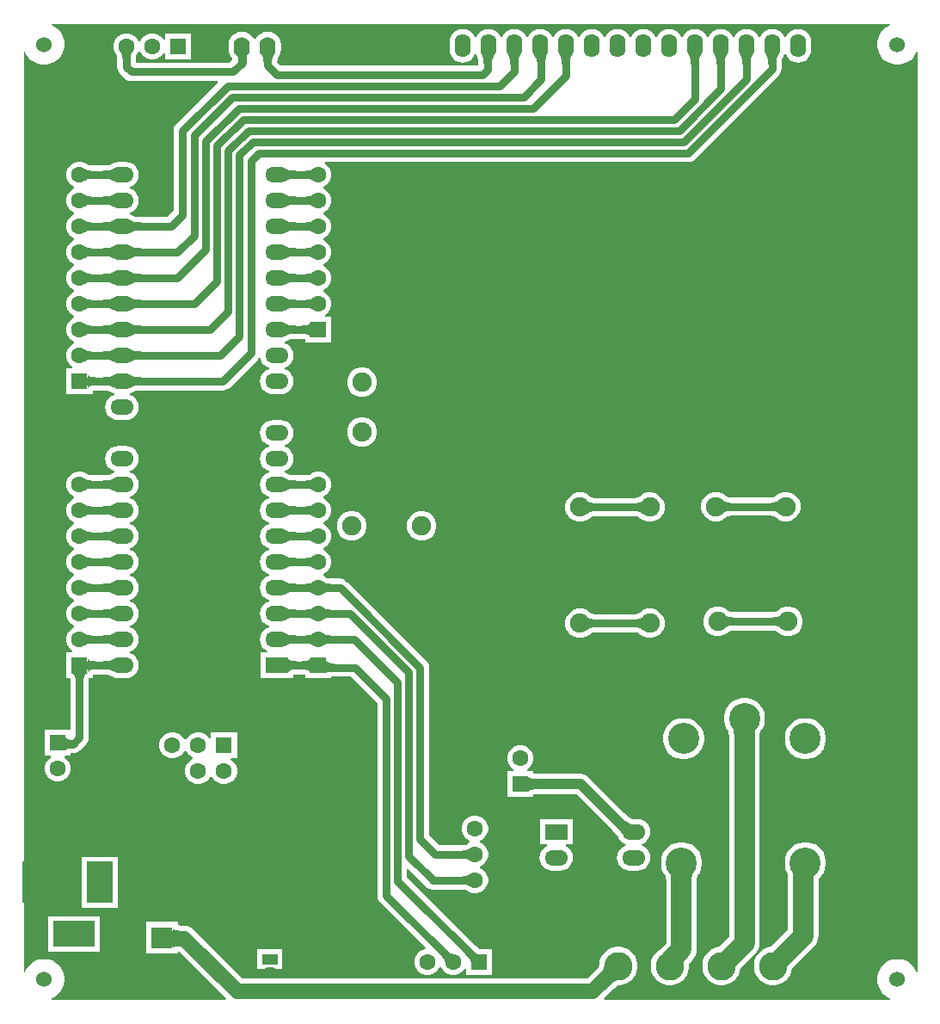
<source format=gbl>
G04*
G04 #@! TF.GenerationSoftware,Altium Limited,Altium Designer,22.10.1 (41)*
G04*
G04 Layer_Physical_Order=2*
G04 Layer_Color=16711680*
%FSLAX25Y25*%
%MOIN*%
G70*
G04*
G04 #@! TF.SameCoordinates,D7D8B2A2-ADA4-419F-A72F-73B0DD1D3010*
G04*
G04*
G04 #@! TF.FilePolarity,Positive*
G04*
G01*
G75*
%ADD59C,0.05906*%
%ADD60C,0.03937*%
%ADD61C,0.03150*%
%ADD62R,0.16000X0.10000*%
%ADD63R,0.10000X0.16000*%
%ADD64C,0.06000*%
%ADD65C,0.06299*%
%ADD66R,0.06299X0.06299*%
%ADD67R,0.06299X0.06299*%
%ADD68R,0.08268X0.08268*%
%ADD69C,0.08268*%
%ADD70O,0.06200X0.09000*%
%ADD71R,0.06200X0.09000*%
%ADD72C,0.07500*%
%ADD73R,0.09000X0.06000*%
%ADD74O,0.09000X0.06000*%
%ADD75C,0.11000*%
%ADD76C,0.12000*%
%ADD77O,0.06299X0.07874*%
%ADD78R,0.05906X0.03937*%
%ADD79O,0.05906X0.03937*%
%ADD80C,0.05000*%
%ADD81C,0.03150*%
%ADD82C,0.07874*%
G36*
X339664Y381356D02*
X338790Y380994D01*
X337500Y380132D01*
X336403Y379035D01*
X335542Y377746D01*
X334948Y376312D01*
X334646Y374791D01*
Y373240D01*
X334948Y371719D01*
X335542Y370286D01*
X336403Y368996D01*
X337500Y367900D01*
X338790Y367038D01*
X340223Y366444D01*
X341744Y366142D01*
X343295D01*
X344816Y366444D01*
X346249Y367038D01*
X347539Y367900D01*
X348636Y368996D01*
X349498Y370286D01*
X349860Y371160D01*
X350360Y371061D01*
X350360Y14766D01*
X349860Y14666D01*
X349498Y15541D01*
X348636Y16830D01*
X347539Y17927D01*
X346249Y18789D01*
X344816Y19382D01*
X343295Y19685D01*
X341744D01*
X340223Y19382D01*
X338790Y18789D01*
X337500Y17927D01*
X336403Y16830D01*
X335542Y15541D01*
X334948Y14108D01*
X334646Y12586D01*
Y11035D01*
X334948Y9514D01*
X335542Y8081D01*
X336403Y6792D01*
X337500Y5695D01*
X338790Y4833D01*
X339664Y4471D01*
X339565Y3971D01*
X228983D01*
X228791Y4433D01*
X232409Y8050D01*
X232606Y8242D01*
X233326Y8872D01*
X233605Y9085D01*
X233861Y9258D01*
X234070Y9381D01*
X234224Y9456D01*
X234313Y9488D01*
X234325Y9491D01*
X234435Y9499D01*
X234552Y9532D01*
X235074D01*
X236517Y9819D01*
X237876Y10381D01*
X239100Y11199D01*
X240140Y12239D01*
X240957Y13462D01*
X241520Y14821D01*
X241807Y16264D01*
Y17736D01*
X241520Y19178D01*
X240957Y20538D01*
X240140Y21761D01*
X239100Y22801D01*
X237876Y23618D01*
X236517Y24182D01*
X235074Y24468D01*
X233603D01*
X232160Y24182D01*
X230801Y23618D01*
X229578Y22801D01*
X228537Y21761D01*
X227720Y20538D01*
X227157Y19178D01*
X226870Y17736D01*
Y17213D01*
X226837Y17097D01*
X226829Y16986D01*
X226826Y16974D01*
X226794Y16886D01*
X226720Y16731D01*
X226597Y16522D01*
X226449Y16305D01*
X225566Y15253D01*
X225389Y15070D01*
X222369Y12050D01*
X88699D01*
X69617Y31132D01*
X68589Y31921D01*
X67391Y32417D01*
X66149Y32581D01*
X66143Y32582D01*
X66138Y32582D01*
X66107Y32586D01*
X65908D01*
X65331Y32597D01*
X64662Y32637D01*
X64109Y32700D01*
X63681Y32778D01*
X63602Y32800D01*
Y34102D01*
X61668D01*
X61607Y34114D01*
X61547Y34102D01*
X51398D01*
Y21898D01*
X61490D01*
X61625Y21871D01*
X61726Y21891D01*
X61828Y21882D01*
X61880Y21898D01*
X63602D01*
Y22524D01*
X64144Y22565D01*
X82276Y4433D01*
X82085Y3971D01*
X14766D01*
X14666Y4471D01*
X15541Y4833D01*
X16830Y5695D01*
X17927Y6792D01*
X18789Y8081D01*
X19382Y9514D01*
X19685Y11035D01*
Y12586D01*
X19382Y14108D01*
X18789Y15541D01*
X17927Y16830D01*
X16830Y17927D01*
X15541Y18789D01*
X14108Y19382D01*
X12586Y19685D01*
X11035D01*
X9514Y19382D01*
X8081Y18789D01*
X6792Y17927D01*
X5695Y16830D01*
X4833Y15541D01*
X4471Y14666D01*
X3971Y14766D01*
Y371061D01*
X4471Y371160D01*
X4833Y370286D01*
X5695Y368996D01*
X6792Y367900D01*
X8081Y367038D01*
X9514Y366444D01*
X11035Y366142D01*
X12586D01*
X14108Y366444D01*
X15541Y367038D01*
X16830Y367900D01*
X17927Y368996D01*
X18789Y370286D01*
X19382Y371719D01*
X19685Y373240D01*
Y374791D01*
X19382Y376312D01*
X18789Y377746D01*
X17927Y379035D01*
X16830Y380132D01*
X15541Y380994D01*
X14666Y381356D01*
X14766Y381856D01*
X339565D01*
X339664Y381356D01*
D02*
G37*
G36*
X61655Y31816D02*
X61790Y31556D01*
X62015Y31326D01*
X62330Y31127D01*
X62735Y30958D01*
X63230Y30820D01*
X63814Y30713D01*
X64489Y30637D01*
X65253Y30591D01*
X66107Y30575D01*
Y24670D01*
X65254Y24662D01*
X62743Y24472D01*
X62339Y24385D01*
X62025Y24282D01*
X61801Y24163D01*
X61667Y24028D01*
X61622Y23878D01*
X61610Y32107D01*
X61655Y31816D01*
D02*
G37*
G36*
X234284Y11500D02*
X234023Y11480D01*
X233743Y11416D01*
X233443Y11307D01*
X233125Y11154D01*
X232787Y10956D01*
X232431Y10713D01*
X232055Y10426D01*
X231245Y9718D01*
X230812Y9297D01*
X226636Y13473D01*
X227057Y13907D01*
X228052Y15092D01*
X228294Y15449D01*
X228492Y15787D01*
X228646Y16105D01*
X228755Y16404D01*
X228819Y16684D01*
X228839Y16945D01*
X234284Y11500D01*
D02*
G37*
%LPC*%
G36*
X304000Y380012D02*
X302677Y379838D01*
X301444Y379327D01*
X300385Y378515D01*
X299573Y377456D01*
X299271Y376727D01*
X298729D01*
X298427Y377456D01*
X297615Y378515D01*
X296556Y379327D01*
X295323Y379838D01*
X294000Y380012D01*
X292677Y379838D01*
X291444Y379327D01*
X290385Y378515D01*
X289573Y377456D01*
X289271Y376727D01*
X288729D01*
X288427Y377456D01*
X287615Y378515D01*
X286556Y379327D01*
X285323Y379838D01*
X284000Y380012D01*
X282677Y379838D01*
X281444Y379327D01*
X280385Y378515D01*
X279573Y377456D01*
X279271Y376727D01*
X278729D01*
X278427Y377456D01*
X277615Y378515D01*
X276556Y379327D01*
X275323Y379838D01*
X274000Y380012D01*
X272677Y379838D01*
X271444Y379327D01*
X270385Y378515D01*
X269573Y377456D01*
X269271Y376727D01*
X268729D01*
X268427Y377456D01*
X267615Y378515D01*
X266556Y379327D01*
X265323Y379838D01*
X264000Y380012D01*
X262677Y379838D01*
X261444Y379327D01*
X260385Y378515D01*
X259573Y377456D01*
X259271Y376727D01*
X258729D01*
X258427Y377456D01*
X257615Y378515D01*
X256556Y379327D01*
X255323Y379838D01*
X254000Y380012D01*
X252677Y379838D01*
X251444Y379327D01*
X250385Y378515D01*
X249573Y377456D01*
X249271Y376727D01*
X248729D01*
X248427Y377456D01*
X247615Y378515D01*
X246556Y379327D01*
X245323Y379838D01*
X244000Y380012D01*
X242677Y379838D01*
X241444Y379327D01*
X240385Y378515D01*
X239573Y377456D01*
X239271Y376727D01*
X238729D01*
X238427Y377456D01*
X237615Y378515D01*
X236556Y379327D01*
X235323Y379838D01*
X234000Y380012D01*
X232677Y379838D01*
X231444Y379327D01*
X230385Y378515D01*
X229573Y377456D01*
X229271Y376727D01*
X228729D01*
X228427Y377456D01*
X227615Y378515D01*
X226556Y379327D01*
X225323Y379838D01*
X224000Y380012D01*
X222677Y379838D01*
X221444Y379327D01*
X220385Y378515D01*
X219573Y377456D01*
X219271Y376727D01*
X218729D01*
X218427Y377456D01*
X217615Y378515D01*
X216556Y379327D01*
X215323Y379838D01*
X214000Y380012D01*
X212677Y379838D01*
X211444Y379327D01*
X210385Y378515D01*
X209573Y377456D01*
X209271Y376727D01*
X208729D01*
X208427Y377456D01*
X207615Y378515D01*
X206556Y379327D01*
X205323Y379838D01*
X204000Y380012D01*
X202677Y379838D01*
X201444Y379327D01*
X200385Y378515D01*
X199573Y377456D01*
X199271Y376727D01*
X198729D01*
X198427Y377456D01*
X197615Y378515D01*
X196556Y379327D01*
X195323Y379838D01*
X194000Y380012D01*
X192677Y379838D01*
X191444Y379327D01*
X190385Y378515D01*
X189573Y377456D01*
X189271Y376727D01*
X188729D01*
X188427Y377456D01*
X187615Y378515D01*
X186556Y379327D01*
X185323Y379838D01*
X184000Y380012D01*
X182677Y379838D01*
X181444Y379327D01*
X180385Y378515D01*
X179573Y377456D01*
X179271Y376727D01*
X178729D01*
X178427Y377456D01*
X177615Y378515D01*
X176556Y379327D01*
X175323Y379838D01*
X174000Y380012D01*
X172677Y379838D01*
X171444Y379327D01*
X170385Y378515D01*
X169573Y377456D01*
X169062Y376223D01*
X168888Y374900D01*
Y372100D01*
X169062Y370777D01*
X169573Y369544D01*
X170385Y368485D01*
X171444Y367673D01*
X172677Y367162D01*
X174000Y366988D01*
X175323Y367162D01*
X176556Y367673D01*
X177615Y368485D01*
X178427Y369544D01*
X178725Y370262D01*
X178940Y370292D01*
X179259Y370244D01*
X179290Y370184D01*
X179333Y370025D01*
X179475Y369738D01*
X179579Y369488D01*
X179674Y369214D01*
X179754Y368938D01*
X179903Y368214D01*
X179947Y367881D01*
X180010Y367010D01*
X180018Y366542D01*
X180026Y366507D01*
Y365905D01*
X103480D01*
X102129Y367256D01*
X102163Y367668D01*
X102215Y367993D01*
X102282Y368298D01*
X102358Y368559D01*
X102439Y368775D01*
X102521Y368949D01*
X102600Y369084D01*
X102739Y369273D01*
X102807Y369418D01*
X102971Y369632D01*
X103486Y370877D01*
X103662Y372213D01*
Y373787D01*
X103486Y375124D01*
X102971Y376368D01*
X102150Y377438D01*
X101081Y378258D01*
X99836Y378774D01*
X98500Y378950D01*
X97164Y378774D01*
X95919Y378258D01*
X94850Y377438D01*
X94029Y376368D01*
X93771Y375744D01*
X93229D01*
X92971Y376368D01*
X92150Y377438D01*
X91081Y378258D01*
X89836Y378774D01*
X88500Y378950D01*
X87164Y378774D01*
X85919Y378258D01*
X84850Y377438D01*
X84029Y376368D01*
X83514Y375124D01*
X83338Y373787D01*
Y372213D01*
X83514Y370877D01*
X84029Y369632D01*
X84850Y368562D01*
X84688Y368089D01*
X83559Y366960D01*
X47275D01*
Y368507D01*
X47281Y368534D01*
X47304Y369120D01*
X47322Y369291D01*
X47347Y369445D01*
X47373Y369559D01*
X47396Y369632D01*
X47397Y369636D01*
X47407Y369647D01*
X47476Y369766D01*
X47796Y370086D01*
X48432Y371186D01*
X48701Y371222D01*
X48970Y371186D01*
X49605Y370086D01*
X50558Y369133D01*
X51725Y368459D01*
X53027Y368110D01*
X54375D01*
X55676Y368459D01*
X56843Y369133D01*
X57796Y370086D01*
X58083Y370582D01*
X58583Y370448D01*
Y368110D01*
X68819D01*
Y378346D01*
X58583D01*
Y376009D01*
X58083Y375875D01*
X57796Y376371D01*
X56843Y377324D01*
X55676Y377998D01*
X54375Y378346D01*
X53027D01*
X51725Y377998D01*
X50558Y377324D01*
X49605Y376371D01*
X48970Y375270D01*
X48701Y375235D01*
X48432Y375270D01*
X47796Y376371D01*
X46843Y377324D01*
X45676Y377998D01*
X44375Y378346D01*
X43027D01*
X41725Y377998D01*
X40558Y377324D01*
X39605Y376371D01*
X38932Y375204D01*
X38583Y373902D01*
Y372554D01*
X38932Y371253D01*
X39605Y370086D01*
X39925Y369766D01*
X39995Y369647D01*
X40004Y369636D01*
X40006Y369632D01*
X40028Y369559D01*
X40054Y369445D01*
X40076Y369315D01*
X40114Y368848D01*
X40119Y368574D01*
X40127Y368539D01*
Y365231D01*
X40249Y364306D01*
X40606Y363444D01*
X41174Y362704D01*
X43019Y360859D01*
X43019Y360859D01*
X43759Y360291D01*
X44621Y359934D01*
X45546Y359812D01*
X78980D01*
X79171Y359350D01*
X62973Y343152D01*
X62405Y342411D01*
X62048Y341549D01*
X61926Y340624D01*
Y309480D01*
X59520Y307074D01*
X49265D01*
X49229Y307082D01*
X48722Y307090D01*
X47827Y307155D01*
X47492Y307202D01*
X47187Y307262D01*
X46933Y307329D01*
X46734Y307397D01*
X46588Y307462D01*
X46494Y307514D01*
X46343Y307624D01*
X46206Y307686D01*
X46006Y307840D01*
X45066Y308229D01*
Y308771D01*
X46006Y309160D01*
X47044Y309956D01*
X47840Y310994D01*
X48341Y312203D01*
X48511Y313500D01*
X48341Y314797D01*
X47840Y316006D01*
X47044Y317044D01*
X46006Y317840D01*
X45066Y318229D01*
Y318771D01*
X46006Y319160D01*
X47044Y319956D01*
X47840Y320994D01*
X48341Y322203D01*
X48511Y323500D01*
X48341Y324797D01*
X47840Y326006D01*
X47044Y327044D01*
X46006Y327840D01*
X44797Y328341D01*
X43500Y328511D01*
X40500D01*
X39203Y328341D01*
X37994Y327840D01*
X37794Y327686D01*
X37657Y327624D01*
X37506Y327514D01*
X37412Y327462D01*
X37266Y327397D01*
X37067Y327329D01*
X36813Y327262D01*
X36508Y327202D01*
X36173Y327155D01*
X35278Y327090D01*
X34771Y327082D01*
X34735Y327074D01*
X30222D01*
X30195Y327080D01*
X29608Y327103D01*
X29438Y327121D01*
X29283Y327146D01*
X29169Y327172D01*
X29096Y327195D01*
X29092Y327197D01*
X29082Y327206D01*
X28963Y327275D01*
X28643Y327595D01*
X27476Y328269D01*
X26174Y328618D01*
X24826D01*
X23525Y328269D01*
X22357Y327595D01*
X21405Y326643D01*
X20731Y325476D01*
X20382Y324174D01*
Y322826D01*
X20731Y321525D01*
X21405Y320357D01*
X22357Y319405D01*
X23458Y318769D01*
X23494Y318500D01*
X23458Y318231D01*
X22357Y317596D01*
X21405Y316643D01*
X20731Y315476D01*
X20382Y314174D01*
Y312826D01*
X20731Y311525D01*
X21405Y310357D01*
X22357Y309404D01*
X23458Y308769D01*
X23494Y308500D01*
X23458Y308231D01*
X22357Y307595D01*
X21405Y306643D01*
X20731Y305475D01*
X20382Y304174D01*
Y302826D01*
X20731Y301524D01*
X21405Y300357D01*
X22357Y299405D01*
X23458Y298769D01*
X23494Y298500D01*
X23458Y298231D01*
X22357Y297596D01*
X21405Y296643D01*
X20731Y295476D01*
X20382Y294174D01*
Y292826D01*
X20731Y291525D01*
X21405Y290357D01*
X22357Y289405D01*
X23458Y288769D01*
X23494Y288500D01*
X23458Y288231D01*
X22357Y287596D01*
X21405Y286643D01*
X20731Y285475D01*
X20382Y284174D01*
Y282826D01*
X20731Y281524D01*
X21405Y280357D01*
X22357Y279404D01*
X23458Y278769D01*
X23494Y278500D01*
X23458Y278231D01*
X22357Y277595D01*
X21405Y276643D01*
X20731Y275476D01*
X20382Y274174D01*
Y272826D01*
X20731Y271525D01*
X21405Y270357D01*
X22357Y269405D01*
X23458Y268769D01*
X23494Y268500D01*
X23458Y268231D01*
X22357Y267596D01*
X21405Y266643D01*
X20731Y265476D01*
X20382Y264174D01*
Y262826D01*
X20731Y261525D01*
X21405Y260357D01*
X22357Y259404D01*
X23458Y258769D01*
X23494Y258500D01*
X23458Y258231D01*
X22357Y257595D01*
X21405Y256643D01*
X20731Y255475D01*
X20382Y254174D01*
Y252826D01*
X20731Y251524D01*
X21405Y250357D01*
X22357Y249405D01*
X22853Y249118D01*
X22719Y248618D01*
X20382D01*
Y238382D01*
X28376D01*
X28426Y238367D01*
X28532Y238376D01*
X28638Y238355D01*
X28771Y238382D01*
X30618D01*
Y239823D01*
X30905Y239870D01*
X31303Y239905D01*
X31840Y239919D01*
X31872Y239926D01*
X34735D01*
X34771Y239918D01*
X35278Y239910D01*
X36173Y239845D01*
X36508Y239798D01*
X36813Y239738D01*
X37067Y239671D01*
X37266Y239603D01*
X37412Y239538D01*
X37506Y239486D01*
X37657Y239376D01*
X37794Y239314D01*
X37994Y239160D01*
X38934Y238771D01*
Y238229D01*
X37994Y237840D01*
X36956Y237044D01*
X36160Y236006D01*
X35659Y234797D01*
X35489Y233500D01*
X35659Y232203D01*
X36160Y230994D01*
X36956Y229956D01*
X37994Y229160D01*
X39203Y228659D01*
X40500Y228489D01*
X43500D01*
X44797Y228659D01*
X46006Y229160D01*
X47044Y229956D01*
X47840Y230994D01*
X48341Y232203D01*
X48511Y233500D01*
X48341Y234797D01*
X47840Y236006D01*
X47044Y237044D01*
X46006Y237840D01*
X45066Y238229D01*
Y238771D01*
X46006Y239160D01*
X46206Y239314D01*
X46343Y239376D01*
X46494Y239486D01*
X46588Y239538D01*
X46734Y239603D01*
X46933Y239671D01*
X47187Y239738D01*
X47492Y239798D01*
X47827Y239845D01*
X48722Y239910D01*
X49229Y239918D01*
X49265Y239926D01*
X81000D01*
X81925Y240048D01*
X82787Y240405D01*
X83527Y240973D01*
X94527Y251973D01*
X95089Y252705D01*
X95122Y252709D01*
X95603Y252632D01*
X95659Y252203D01*
X96160Y250994D01*
X96956Y249956D01*
X97994Y249160D01*
X98935Y248771D01*
Y248229D01*
X97994Y247840D01*
X96956Y247044D01*
X96160Y246006D01*
X95659Y244797D01*
X95489Y243500D01*
X95659Y242203D01*
X96160Y240994D01*
X96956Y239956D01*
X97994Y239160D01*
X99203Y238659D01*
X100500Y238489D01*
X103500D01*
X104797Y238659D01*
X106006Y239160D01*
X107044Y239956D01*
X107840Y240994D01*
X108341Y242203D01*
X108511Y243500D01*
X108341Y244797D01*
X107840Y246006D01*
X107044Y247044D01*
X106006Y247840D01*
X105066Y248229D01*
Y248771D01*
X106006Y249160D01*
X107044Y249956D01*
X107840Y250994D01*
X108341Y252203D01*
X108511Y253500D01*
X108341Y254797D01*
X107840Y256006D01*
X107044Y257044D01*
X106006Y257840D01*
X105066Y258229D01*
Y258771D01*
X106006Y259160D01*
X106206Y259314D01*
X106343Y259377D01*
X106494Y259486D01*
X106588Y259538D01*
X106734Y259603D01*
X106933Y259671D01*
X107187Y259738D01*
X107492Y259798D01*
X107827Y259845D01*
X108722Y259910D01*
X109229Y259918D01*
X109265Y259926D01*
X111628D01*
X111660Y259919D01*
X112197Y259905D01*
X112595Y259870D01*
X112882Y259823D01*
Y258382D01*
X114729D01*
X114862Y258355D01*
X114968Y258376D01*
X115074Y258366D01*
X115123Y258382D01*
X123118D01*
Y268618D01*
X120781D01*
X120647Y269118D01*
X121143Y269405D01*
X122096Y270357D01*
X122769Y271525D01*
X123118Y272826D01*
Y274174D01*
X122769Y275476D01*
X122096Y276643D01*
X121143Y277595D01*
X120042Y278231D01*
X120006Y278500D01*
X120042Y278769D01*
X121143Y279404D01*
X122096Y280357D01*
X122769Y281524D01*
X123118Y282826D01*
Y284174D01*
X122769Y285475D01*
X122096Y286643D01*
X121143Y287596D01*
X120042Y288231D01*
X120006Y288500D01*
X120042Y288769D01*
X121143Y289405D01*
X122096Y290357D01*
X122769Y291525D01*
X123118Y292826D01*
Y294174D01*
X122769Y295476D01*
X122096Y296643D01*
X121143Y297596D01*
X120042Y298231D01*
X120006Y298500D01*
X120042Y298769D01*
X121143Y299405D01*
X122096Y300357D01*
X122769Y301524D01*
X123118Y302826D01*
Y304174D01*
X122769Y305475D01*
X122096Y306643D01*
X121143Y307595D01*
X120042Y308231D01*
X120006Y308500D01*
X120042Y308769D01*
X121143Y309404D01*
X122096Y310357D01*
X122769Y311525D01*
X123118Y312826D01*
Y314174D01*
X122769Y315476D01*
X122096Y316643D01*
X121143Y317596D01*
X120042Y318231D01*
X120006Y318500D01*
X120042Y318769D01*
X121143Y319405D01*
X122096Y320357D01*
X122769Y321525D01*
X123118Y322826D01*
Y324174D01*
X122769Y325476D01*
X122096Y326643D01*
X121143Y327595D01*
X120543Y327942D01*
X120677Y328442D01*
X261516D01*
X262441Y328564D01*
X263303Y328921D01*
X264043Y329489D01*
X296527Y361973D01*
X297095Y362713D01*
X297452Y363575D01*
X297574Y364500D01*
Y366219D01*
X297582Y366254D01*
X297590Y366749D01*
X297660Y367628D01*
X297711Y367956D01*
X297776Y368260D01*
X297848Y368518D01*
X297925Y368729D01*
X298001Y368894D01*
X298072Y369015D01*
X298200Y369192D01*
X298267Y369335D01*
X298427Y369544D01*
X298729Y370273D01*
X299271D01*
X299573Y369544D01*
X300385Y368485D01*
X301444Y367673D01*
X302677Y367162D01*
X304000Y366988D01*
X305323Y367162D01*
X306556Y367673D01*
X307615Y368485D01*
X308427Y369544D01*
X308938Y370777D01*
X309112Y372100D01*
Y374900D01*
X308938Y376223D01*
X308427Y377456D01*
X307615Y378515D01*
X306556Y379327D01*
X305323Y379838D01*
X304000Y380012D01*
D02*
G37*
G36*
X135753Y248864D02*
X134247D01*
X132793Y248474D01*
X131489Y247722D01*
X130424Y246657D01*
X129671Y245353D01*
X129281Y243899D01*
Y242393D01*
X129671Y240938D01*
X130424Y239634D01*
X131489Y238570D01*
X132793Y237817D01*
X134247Y237427D01*
X135753D01*
X137207Y237817D01*
X138511Y238570D01*
X139576Y239634D01*
X140329Y240938D01*
X140718Y242393D01*
Y243899D01*
X140329Y245353D01*
X139576Y246657D01*
X138511Y247722D01*
X137207Y248474D01*
X135753Y248864D01*
D02*
G37*
G36*
Y229573D02*
X134247D01*
X132793Y229183D01*
X131489Y228430D01*
X130424Y227366D01*
X129671Y226062D01*
X129281Y224607D01*
Y223101D01*
X129671Y221647D01*
X130424Y220343D01*
X131489Y219279D01*
X132793Y218526D01*
X134247Y218136D01*
X135753D01*
X137207Y218526D01*
X138511Y219279D01*
X139576Y220343D01*
X140329Y221647D01*
X140718Y223101D01*
Y224607D01*
X140329Y226062D01*
X139576Y227366D01*
X138511Y228430D01*
X137207Y229183D01*
X135753Y229573D01*
D02*
G37*
G36*
X43500Y218511D02*
X40500D01*
X39203Y218341D01*
X37994Y217840D01*
X36956Y217044D01*
X36160Y216006D01*
X35659Y214797D01*
X35489Y213500D01*
X35659Y212203D01*
X36160Y210994D01*
X36956Y209956D01*
X37994Y209160D01*
X38934Y208771D01*
Y208229D01*
X37994Y207840D01*
X37794Y207686D01*
X37657Y207624D01*
X37506Y207514D01*
X37412Y207462D01*
X37266Y207397D01*
X37067Y207329D01*
X36813Y207262D01*
X36508Y207202D01*
X36173Y207155D01*
X35278Y207090D01*
X34771Y207082D01*
X34735Y207074D01*
X30222D01*
X30195Y207080D01*
X29608Y207103D01*
X29438Y207121D01*
X29283Y207146D01*
X29169Y207172D01*
X29096Y207195D01*
X29092Y207197D01*
X29082Y207206D01*
X28963Y207275D01*
X28643Y207595D01*
X27476Y208269D01*
X26174Y208618D01*
X24826D01*
X23525Y208269D01*
X22357Y207595D01*
X21405Y206643D01*
X20731Y205475D01*
X20382Y204174D01*
Y202826D01*
X20731Y201524D01*
X21405Y200357D01*
X22357Y199405D01*
X23458Y198769D01*
X23494Y198500D01*
X23458Y198231D01*
X22357Y197596D01*
X21405Y196643D01*
X20731Y195475D01*
X20382Y194174D01*
Y192826D01*
X20731Y191525D01*
X21405Y190357D01*
X22357Y189404D01*
X23458Y188769D01*
X23494Y188500D01*
X23458Y188231D01*
X22357Y187595D01*
X21405Y186643D01*
X20731Y185476D01*
X20382Y184174D01*
Y182826D01*
X20731Y181525D01*
X21405Y180357D01*
X22357Y179404D01*
X23458Y178769D01*
X23494Y178500D01*
X23458Y178231D01*
X22357Y177595D01*
X21405Y176643D01*
X20731Y175476D01*
X20382Y174174D01*
Y172826D01*
X20731Y171525D01*
X21405Y170357D01*
X22357Y169404D01*
X23458Y168769D01*
X23494Y168500D01*
X23458Y168231D01*
X22357Y167596D01*
X21405Y166643D01*
X20731Y165475D01*
X20382Y164174D01*
Y162826D01*
X20731Y161524D01*
X21405Y160357D01*
X22357Y159405D01*
X23458Y158769D01*
X23494Y158500D01*
X23458Y158231D01*
X22357Y157596D01*
X21405Y156643D01*
X20731Y155475D01*
X20382Y154174D01*
Y152826D01*
X20731Y151524D01*
X21405Y150357D01*
X22357Y149405D01*
X23458Y148769D01*
X23494Y148500D01*
X23458Y148231D01*
X22357Y147596D01*
X21405Y146643D01*
X20731Y145475D01*
X20382Y144174D01*
Y142826D01*
X20731Y141525D01*
X21405Y140357D01*
X22357Y139404D01*
X22853Y139118D01*
X22719Y138618D01*
X20382D01*
Y130623D01*
X20367Y130574D01*
X20376Y130467D01*
X20355Y130362D01*
X20382Y130229D01*
Y128382D01*
X21823D01*
X21870Y128095D01*
X21905Y127697D01*
X21919Y127160D01*
X21926Y127128D01*
Y108618D01*
X11882D01*
Y98382D01*
X14220D01*
X14354Y97882D01*
X13857Y97596D01*
X12904Y96643D01*
X12231Y95476D01*
X11882Y94174D01*
Y92826D01*
X12231Y91524D01*
X12904Y90357D01*
X13857Y89404D01*
X15024Y88731D01*
X16326Y88382D01*
X17674D01*
X18975Y88731D01*
X20143Y89404D01*
X21095Y90357D01*
X21769Y91524D01*
X22118Y92826D01*
Y94174D01*
X21769Y95476D01*
X21095Y96643D01*
X20143Y97596D01*
X19647Y97882D01*
X19657Y97923D01*
X19856Y98375D01*
X19977Y98382D01*
X20007D01*
X20142Y98355D01*
X20274Y98382D01*
X22118D01*
Y99367D01*
X22569Y99409D01*
X23039Y99418D01*
X23185Y99450D01*
X23925Y99548D01*
X24787Y99905D01*
X25527Y100473D01*
X28027Y102973D01*
X28027Y102973D01*
X28595Y103713D01*
X28952Y104575D01*
X29074Y105500D01*
Y127128D01*
X29081Y127160D01*
X29095Y127697D01*
X29130Y128095D01*
X29177Y128382D01*
X30618D01*
Y129823D01*
X30905Y129870D01*
X31303Y129905D01*
X31840Y129919D01*
X31872Y129926D01*
X34735D01*
X34771Y129918D01*
X35278Y129910D01*
X36173Y129845D01*
X36508Y129798D01*
X36813Y129738D01*
X37067Y129671D01*
X37266Y129603D01*
X37412Y129538D01*
X37506Y129485D01*
X37657Y129376D01*
X37794Y129314D01*
X37994Y129160D01*
X39203Y128659D01*
X40500Y128489D01*
X43500D01*
X44797Y128659D01*
X46006Y129160D01*
X47044Y129956D01*
X47840Y130994D01*
X48341Y132203D01*
X48511Y133500D01*
X48341Y134797D01*
X47840Y136006D01*
X47044Y137044D01*
X46006Y137840D01*
X45066Y138229D01*
Y138771D01*
X46006Y139160D01*
X47044Y139956D01*
X47840Y140994D01*
X48341Y142203D01*
X48511Y143500D01*
X48341Y144797D01*
X47840Y146006D01*
X47044Y147044D01*
X46006Y147840D01*
X45066Y148229D01*
Y148771D01*
X46006Y149160D01*
X47044Y149956D01*
X47840Y150994D01*
X48341Y152203D01*
X48511Y153500D01*
X48341Y154797D01*
X47840Y156006D01*
X47044Y157044D01*
X46006Y157840D01*
X45066Y158229D01*
Y158771D01*
X46006Y159160D01*
X47044Y159956D01*
X47840Y160994D01*
X48341Y162203D01*
X48511Y163500D01*
X48341Y164797D01*
X47840Y166006D01*
X47044Y167044D01*
X46006Y167840D01*
X45066Y168229D01*
Y168771D01*
X46006Y169160D01*
X47044Y169956D01*
X47840Y170994D01*
X48341Y172203D01*
X48511Y173500D01*
X48341Y174797D01*
X47840Y176006D01*
X47044Y177044D01*
X46006Y177840D01*
X45066Y178229D01*
Y178771D01*
X46006Y179160D01*
X47044Y179956D01*
X47840Y180994D01*
X48341Y182203D01*
X48511Y183500D01*
X48341Y184797D01*
X47840Y186006D01*
X47044Y187044D01*
X46006Y187840D01*
X45066Y188229D01*
Y188771D01*
X46006Y189160D01*
X47044Y189956D01*
X47840Y190994D01*
X48341Y192203D01*
X48511Y193500D01*
X48341Y194797D01*
X47840Y196006D01*
X47044Y197044D01*
X46006Y197840D01*
X45066Y198229D01*
Y198771D01*
X46006Y199160D01*
X47044Y199956D01*
X47840Y200994D01*
X48341Y202203D01*
X48511Y203500D01*
X48341Y204797D01*
X47840Y206006D01*
X47044Y207044D01*
X46006Y207840D01*
X45066Y208229D01*
Y208771D01*
X46006Y209160D01*
X47044Y209956D01*
X47840Y210994D01*
X48341Y212203D01*
X48511Y213500D01*
X48341Y214797D01*
X47840Y216006D01*
X47044Y217044D01*
X46006Y217840D01*
X44797Y218341D01*
X43500Y218511D01*
D02*
G37*
G36*
X299989Y200677D02*
X298483D01*
X297029Y200288D01*
X295725Y199535D01*
X295329Y199139D01*
X295193Y199055D01*
X295048Y198921D01*
X294965Y198857D01*
X294871Y198798D01*
X294760Y198742D01*
X294630Y198690D01*
X294475Y198643D01*
X294294Y198602D01*
X294086Y198570D01*
X293848Y198549D01*
X293528Y198540D01*
X293496Y198533D01*
X277877D01*
X277845Y198540D01*
X277524Y198549D01*
X277287Y198570D01*
X277078Y198602D01*
X276897Y198643D01*
X276743Y198690D01*
X276612Y198742D01*
X276501Y198798D01*
X276407Y198857D01*
X276325Y198921D01*
X276179Y199055D01*
X276043Y199139D01*
X275647Y199535D01*
X274343Y200288D01*
X272889Y200677D01*
X271383D01*
X269929Y200288D01*
X268625Y199535D01*
X267560Y198470D01*
X266807Y197166D01*
X266418Y195712D01*
Y194206D01*
X266807Y192752D01*
X267560Y191448D01*
X268625Y190383D01*
X269929Y189630D01*
X271383Y189241D01*
X272889D01*
X274343Y189630D01*
X275647Y190383D01*
X276043Y190779D01*
X276179Y190863D01*
X276325Y190998D01*
X276407Y191061D01*
X276501Y191120D01*
X276612Y191176D01*
X276743Y191228D01*
X276897Y191276D01*
X277078Y191316D01*
X277287Y191348D01*
X277524Y191369D01*
X277845Y191378D01*
X277877Y191385D01*
X293496D01*
X293528Y191378D01*
X293848Y191369D01*
X294086Y191348D01*
X294294Y191316D01*
X294475Y191276D01*
X294630Y191228D01*
X294760Y191176D01*
X294871Y191120D01*
X294965Y191061D01*
X295048Y190997D01*
X295193Y190863D01*
X295329Y190779D01*
X295725Y190383D01*
X297029Y189630D01*
X298483Y189241D01*
X299989D01*
X301444Y189630D01*
X302747Y190383D01*
X303812Y191448D01*
X304565Y192752D01*
X304955Y194206D01*
Y195712D01*
X304565Y197166D01*
X303812Y198470D01*
X302747Y199535D01*
X301444Y200288D01*
X299989Y200677D01*
D02*
G37*
G36*
X247289Y200478D02*
X245783D01*
X244329Y200088D01*
X243025Y199335D01*
X242629Y198939D01*
X242493Y198855D01*
X242348Y198721D01*
X242265Y198657D01*
X242171Y198598D01*
X242060Y198542D01*
X241930Y198490D01*
X241775Y198443D01*
X241594Y198402D01*
X241386Y198370D01*
X241148Y198349D01*
X240827Y198340D01*
X240796Y198333D01*
X225177D01*
X225145Y198340D01*
X224824Y198349D01*
X224587Y198370D01*
X224378Y198402D01*
X224197Y198443D01*
X224043Y198490D01*
X223912Y198542D01*
X223801Y198598D01*
X223707Y198657D01*
X223624Y198721D01*
X223479Y198855D01*
X223343Y198939D01*
X222947Y199335D01*
X221643Y200088D01*
X220189Y200478D01*
X218683D01*
X217229Y200088D01*
X215925Y199335D01*
X214860Y198270D01*
X214107Y196966D01*
X213718Y195512D01*
Y194006D01*
X214107Y192552D01*
X214860Y191248D01*
X215925Y190183D01*
X217229Y189430D01*
X218683Y189041D01*
X220189D01*
X221643Y189430D01*
X222947Y190183D01*
X223343Y190579D01*
X223479Y190663D01*
X223625Y190797D01*
X223707Y190861D01*
X223801Y190920D01*
X223912Y190976D01*
X224043Y191028D01*
X224197Y191076D01*
X224378Y191116D01*
X224587Y191148D01*
X224824Y191169D01*
X225145Y191178D01*
X225177Y191185D01*
X240796D01*
X240827Y191178D01*
X241148Y191169D01*
X241386Y191148D01*
X241594Y191116D01*
X241775Y191076D01*
X241930Y191028D01*
X242060Y190976D01*
X242171Y190920D01*
X242265Y190861D01*
X242348Y190797D01*
X242493Y190663D01*
X242629Y190579D01*
X243025Y190183D01*
X244329Y189430D01*
X245783Y189041D01*
X247289D01*
X248744Y189430D01*
X250047Y190183D01*
X251112Y191248D01*
X251865Y192552D01*
X252255Y194006D01*
Y195512D01*
X251865Y196966D01*
X251112Y198270D01*
X250047Y199335D01*
X248744Y200088D01*
X247289Y200478D01*
D02*
G37*
G36*
X158853Y193219D02*
X157347D01*
X155893Y192829D01*
X154589Y192076D01*
X153524Y191011D01*
X152771Y189707D01*
X152382Y188253D01*
Y186747D01*
X152771Y185293D01*
X153524Y183989D01*
X154589Y182924D01*
X155893Y182171D01*
X157347Y181781D01*
X158853D01*
X160307Y182171D01*
X161611Y182924D01*
X162676Y183989D01*
X163429Y185293D01*
X163819Y186747D01*
Y188253D01*
X163429Y189707D01*
X162676Y191011D01*
X161611Y192076D01*
X160307Y192829D01*
X158853Y193219D01*
D02*
G37*
G36*
X131753D02*
X130247D01*
X128793Y192829D01*
X127489Y192076D01*
X126424Y191011D01*
X125671Y189707D01*
X125282Y188253D01*
Y186747D01*
X125671Y185293D01*
X126424Y183989D01*
X127489Y182924D01*
X128793Y182171D01*
X130247Y181781D01*
X131753D01*
X133207Y182171D01*
X134511Y182924D01*
X135576Y183989D01*
X136329Y185293D01*
X136718Y186747D01*
Y188253D01*
X136329Y189707D01*
X135576Y191011D01*
X134511Y192076D01*
X133207Y192829D01*
X131753Y193219D01*
D02*
G37*
G36*
X300789Y156177D02*
X299283D01*
X297829Y155788D01*
X296525Y155035D01*
X296129Y154639D01*
X295993Y154555D01*
X295848Y154421D01*
X295765Y154357D01*
X295671Y154298D01*
X295560Y154243D01*
X295430Y154190D01*
X295275Y154143D01*
X295094Y154102D01*
X294886Y154070D01*
X294648Y154049D01*
X294327Y154040D01*
X294296Y154033D01*
X278677D01*
X278645Y154040D01*
X278324Y154049D01*
X278087Y154070D01*
X277878Y154102D01*
X277697Y154143D01*
X277543Y154190D01*
X277412Y154243D01*
X277302Y154298D01*
X277207Y154357D01*
X277125Y154421D01*
X276979Y154555D01*
X276843Y154639D01*
X276447Y155035D01*
X275144Y155788D01*
X273689Y156177D01*
X272183D01*
X270729Y155788D01*
X269425Y155035D01*
X268360Y153970D01*
X267607Y152666D01*
X267218Y151212D01*
Y149706D01*
X267607Y148252D01*
X268360Y146948D01*
X269425Y145883D01*
X270729Y145130D01*
X272183Y144741D01*
X273689D01*
X275144Y145130D01*
X276447Y145883D01*
X276843Y146279D01*
X276979Y146363D01*
X277125Y146497D01*
X277207Y146561D01*
X277302Y146620D01*
X277412Y146676D01*
X277543Y146728D01*
X277697Y146775D01*
X277878Y146817D01*
X278087Y146848D01*
X278324Y146869D01*
X278645Y146878D01*
X278677Y146885D01*
X294296D01*
X294327Y146878D01*
X294648Y146869D01*
X294886Y146848D01*
X295094Y146817D01*
X295275Y146775D01*
X295430Y146728D01*
X295560Y146676D01*
X295671Y146620D01*
X295765Y146561D01*
X295848Y146497D01*
X295993Y146363D01*
X296129Y146279D01*
X296525Y145883D01*
X297829Y145130D01*
X299283Y144741D01*
X300789D01*
X302243Y145130D01*
X303547Y145883D01*
X304612Y146948D01*
X305365Y148252D01*
X305755Y149706D01*
Y151212D01*
X305365Y152666D01*
X304612Y153970D01*
X303547Y155035D01*
X302243Y155788D01*
X300789Y156177D01*
D02*
G37*
G36*
X247289Y155477D02*
X245783D01*
X244329Y155088D01*
X243025Y154335D01*
X242629Y153939D01*
X242493Y153855D01*
X242348Y153721D01*
X242265Y153657D01*
X242171Y153598D01*
X242060Y153542D01*
X241930Y153490D01*
X241775Y153443D01*
X241594Y153402D01*
X241386Y153370D01*
X241148Y153349D01*
X240827Y153340D01*
X240796Y153333D01*
X225177D01*
X225145Y153340D01*
X224824Y153349D01*
X224587Y153370D01*
X224378Y153402D01*
X224197Y153443D01*
X224043Y153490D01*
X223912Y153542D01*
X223801Y153598D01*
X223707Y153657D01*
X223624Y153721D01*
X223479Y153855D01*
X223343Y153939D01*
X222947Y154335D01*
X221643Y155088D01*
X220189Y155477D01*
X218683D01*
X217229Y155088D01*
X215925Y154335D01*
X214860Y153270D01*
X214107Y151966D01*
X213718Y150512D01*
Y149006D01*
X214107Y147552D01*
X214860Y146248D01*
X215925Y145183D01*
X217229Y144430D01*
X218683Y144041D01*
X220189D01*
X221643Y144430D01*
X222947Y145183D01*
X223343Y145579D01*
X223479Y145663D01*
X223625Y145798D01*
X223707Y145861D01*
X223801Y145920D01*
X223912Y145976D01*
X224043Y146028D01*
X224197Y146075D01*
X224378Y146116D01*
X224587Y146148D01*
X224824Y146169D01*
X225145Y146178D01*
X225177Y146185D01*
X240796D01*
X240827Y146178D01*
X241148Y146169D01*
X241386Y146148D01*
X241594Y146116D01*
X241775Y146075D01*
X241930Y146028D01*
X242060Y145976D01*
X242171Y145920D01*
X242265Y145861D01*
X242348Y145797D01*
X242493Y145663D01*
X242629Y145579D01*
X243025Y145183D01*
X244329Y144430D01*
X245783Y144041D01*
X247289D01*
X248744Y144430D01*
X250047Y145183D01*
X251112Y146248D01*
X251865Y147552D01*
X252255Y149006D01*
Y150512D01*
X251865Y151966D01*
X251112Y153270D01*
X250047Y154335D01*
X248744Y155088D01*
X247289Y155477D01*
D02*
G37*
G36*
X86618Y107618D02*
X76382D01*
Y105280D01*
X75882Y105147D01*
X75595Y105643D01*
X74643Y106596D01*
X73475Y107269D01*
X72174Y107618D01*
X70826D01*
X69525Y107269D01*
X68357Y106596D01*
X67405Y105643D01*
X66769Y104542D01*
X66500Y104506D01*
X66231Y104542D01*
X65596Y105643D01*
X64643Y106596D01*
X63476Y107269D01*
X62174Y107618D01*
X60826D01*
X59525Y107269D01*
X58357Y106596D01*
X57405Y105643D01*
X56731Y104475D01*
X56382Y103174D01*
Y101826D01*
X56731Y100524D01*
X57405Y99357D01*
X58357Y98405D01*
X59525Y97731D01*
X60826Y97382D01*
X62174D01*
X63476Y97731D01*
X64643Y98405D01*
X65596Y99357D01*
X66231Y100458D01*
X66500Y100494D01*
X66769Y100458D01*
X67405Y99357D01*
X68357Y98405D01*
X69458Y97769D01*
X69494Y97500D01*
X69458Y97231D01*
X68357Y96596D01*
X67405Y95643D01*
X66731Y94476D01*
X66382Y93174D01*
Y91826D01*
X66731Y90525D01*
X67405Y89357D01*
X68357Y88405D01*
X69525Y87731D01*
X70826Y87382D01*
X72174D01*
X73475Y87731D01*
X74643Y88405D01*
X75595Y89357D01*
X76231Y90458D01*
X76500Y90494D01*
X76769Y90458D01*
X77404Y89357D01*
X78357Y88405D01*
X79524Y87731D01*
X80826Y87382D01*
X82174D01*
X83476Y87731D01*
X84643Y88405D01*
X85596Y89357D01*
X86269Y90525D01*
X86618Y91826D01*
Y93174D01*
X86269Y94476D01*
X85596Y95643D01*
X84643Y96596D01*
X84146Y96882D01*
X84281Y97382D01*
X86618D01*
Y107618D01*
D02*
G37*
G36*
X307623Y113000D02*
X306054D01*
X304514Y112694D01*
X303064Y112093D01*
X301759Y111221D01*
X300649Y110111D01*
X299777Y108806D01*
X299176Y107356D01*
X298870Y105816D01*
Y104247D01*
X299176Y102707D01*
X299777Y101257D01*
X300649Y99952D01*
X301759Y98842D01*
X303064Y97970D01*
X304514Y97369D01*
X306054Y97063D01*
X307623D01*
X309163Y97369D01*
X310613Y97970D01*
X311918Y98842D01*
X313028Y99952D01*
X313900Y101257D01*
X314501Y102707D01*
X314807Y104247D01*
Y105816D01*
X314501Y107356D01*
X313900Y108806D01*
X313028Y110111D01*
X311918Y111221D01*
X310613Y112093D01*
X309163Y112694D01*
X307623Y113000D01*
D02*
G37*
G36*
X260379D02*
X258810D01*
X257270Y112694D01*
X255820Y112093D01*
X254515Y111221D01*
X253405Y110111D01*
X252533Y108806D01*
X251932Y107356D01*
X251626Y105816D01*
Y104247D01*
X251932Y102707D01*
X252533Y101257D01*
X253405Y99952D01*
X254515Y98842D01*
X255820Y97970D01*
X257270Y97369D01*
X258810Y97063D01*
X260379D01*
X261919Y97369D01*
X263369Y97970D01*
X264674Y98842D01*
X265784Y99952D01*
X266656Y101257D01*
X267257Y102707D01*
X267563Y104247D01*
Y105816D01*
X267257Y107356D01*
X266656Y108806D01*
X265784Y110111D01*
X264674Y111221D01*
X263369Y112093D01*
X261919Y112694D01*
X260379Y113000D01*
D02*
G37*
G36*
X197012Y102618D02*
X195665D01*
X194363Y102269D01*
X193196Y101595D01*
X192243Y100643D01*
X191569Y99476D01*
X191220Y98174D01*
Y96826D01*
X191569Y95525D01*
X192243Y94357D01*
X193196Y93405D01*
X193692Y93118D01*
X193558Y92618D01*
X191220D01*
Y82382D01*
X199343D01*
X199476Y82355D01*
X199610Y82382D01*
X201457D01*
Y83402D01*
X201639Y83431D01*
X202755Y83514D01*
X203445Y83525D01*
X203465Y83529D01*
X218194D01*
X231643Y70080D01*
X231655Y70061D01*
X232150Y69560D01*
X233346Y68273D01*
X233868Y67639D01*
X234026Y67423D01*
X234129Y67264D01*
X234163Y67201D01*
X234199Y67111D01*
X234322Y66921D01*
X234499Y66494D01*
X235295Y65456D01*
X236333Y64660D01*
X237273Y64271D01*
Y63729D01*
X236333Y63340D01*
X235295Y62544D01*
X234499Y61506D01*
X233998Y60297D01*
X233827Y59000D01*
X233998Y57703D01*
X234499Y56494D01*
X235295Y55456D01*
X236333Y54660D01*
X237542Y54159D01*
X238839Y53989D01*
X241839D01*
X243136Y54159D01*
X244344Y54660D01*
X245382Y55456D01*
X246179Y56494D01*
X246679Y57703D01*
X246850Y59000D01*
X246679Y60297D01*
X246179Y61506D01*
X245382Y62544D01*
X244344Y63340D01*
X243404Y63729D01*
Y64271D01*
X244344Y64660D01*
X245382Y65456D01*
X246179Y66494D01*
X246679Y67703D01*
X246850Y69000D01*
X246679Y70297D01*
X246179Y71506D01*
X245382Y72544D01*
X244344Y73340D01*
X243136Y73841D01*
X241839Y74011D01*
X239360D01*
X239275Y74060D01*
X238804Y74385D01*
X237530Y75456D01*
X236804Y76156D01*
X236788Y76167D01*
X222646Y90308D01*
X221824Y90939D01*
X220866Y91336D01*
X219839Y91471D01*
X203494D01*
X203479Y91474D01*
X202128Y91519D01*
X201663Y91565D01*
X201457Y91598D01*
Y92618D01*
X199610D01*
X199476Y92645D01*
X199343Y92618D01*
X199119D01*
X198985Y93118D01*
X199481Y93405D01*
X200434Y94357D01*
X201108Y95525D01*
X201457Y96826D01*
Y98174D01*
X201108Y99476D01*
X200434Y100643D01*
X199481Y101595D01*
X198314Y102269D01*
X197012Y102618D01*
D02*
G37*
G36*
X216807Y73968D02*
X203870D01*
Y64031D01*
X206696D01*
X206795Y63532D01*
X206333Y63340D01*
X205295Y62544D01*
X204499Y61506D01*
X203998Y60297D01*
X203827Y59000D01*
X203998Y57703D01*
X204499Y56494D01*
X205295Y55456D01*
X206333Y54660D01*
X207541Y54159D01*
X208839Y53989D01*
X211839D01*
X213136Y54159D01*
X214344Y54660D01*
X215382Y55456D01*
X216178Y56494D01*
X216679Y57703D01*
X216850Y59000D01*
X216679Y60297D01*
X216178Y61506D01*
X215382Y62544D01*
X214344Y63340D01*
X213882Y63532D01*
X213981Y64031D01*
X216807D01*
Y73968D01*
D02*
G37*
G36*
X103500Y228511D02*
X100500D01*
X99203Y228341D01*
X97994Y227840D01*
X96956Y227044D01*
X96160Y226006D01*
X95659Y224797D01*
X95489Y223500D01*
X95659Y222203D01*
X96160Y220994D01*
X96956Y219956D01*
X97994Y219160D01*
X98935Y218771D01*
Y218229D01*
X97994Y217840D01*
X96956Y217044D01*
X96160Y216006D01*
X95659Y214797D01*
X95489Y213500D01*
X95659Y212203D01*
X96160Y210994D01*
X96956Y209956D01*
X97994Y209160D01*
X98935Y208771D01*
Y208229D01*
X97994Y207840D01*
X96956Y207044D01*
X96160Y206006D01*
X95659Y204797D01*
X95489Y203500D01*
X95659Y202203D01*
X96160Y200994D01*
X96956Y199956D01*
X97994Y199160D01*
X98935Y198771D01*
Y198229D01*
X97994Y197840D01*
X96956Y197044D01*
X96160Y196006D01*
X95659Y194797D01*
X95489Y193500D01*
X95659Y192203D01*
X96160Y190994D01*
X96956Y189956D01*
X97994Y189160D01*
X98935Y188771D01*
Y188229D01*
X97994Y187840D01*
X96956Y187044D01*
X96160Y186006D01*
X95659Y184797D01*
X95489Y183500D01*
X95659Y182203D01*
X96160Y180994D01*
X96956Y179956D01*
X97994Y179160D01*
X98935Y178771D01*
Y178229D01*
X97994Y177840D01*
X96956Y177044D01*
X96160Y176006D01*
X95659Y174797D01*
X95489Y173500D01*
X95659Y172203D01*
X96160Y170994D01*
X96956Y169956D01*
X97994Y169160D01*
X98935Y168771D01*
Y168229D01*
X97994Y167840D01*
X96956Y167044D01*
X96160Y166006D01*
X95659Y164797D01*
X95489Y163500D01*
X95659Y162203D01*
X96160Y160994D01*
X96956Y159956D01*
X97994Y159160D01*
X98935Y158771D01*
Y158229D01*
X97994Y157840D01*
X96956Y157044D01*
X96160Y156006D01*
X95659Y154797D01*
X95489Y153500D01*
X95659Y152203D01*
X96160Y150994D01*
X96956Y149956D01*
X97994Y149160D01*
X98935Y148771D01*
Y148229D01*
X97994Y147840D01*
X96956Y147044D01*
X96160Y146006D01*
X95659Y144797D01*
X95489Y143500D01*
X95659Y142203D01*
X96160Y140994D01*
X96956Y139956D01*
X97994Y139160D01*
X98457Y138969D01*
X98357Y138469D01*
X95531D01*
Y128532D01*
X106214D01*
X106254Y128519D01*
X106372Y128528D01*
X106488Y128505D01*
X106622Y128532D01*
X108468D01*
Y129834D01*
X108732Y129873D01*
X109142Y129906D01*
X109685Y129919D01*
X109718Y129926D01*
X111628D01*
X111660Y129919D01*
X112197Y129905D01*
X112595Y129870D01*
X112882Y129823D01*
Y128382D01*
X114729D01*
X114862Y128355D01*
X114968Y128376D01*
X115074Y128366D01*
X115123Y128382D01*
X121007D01*
X121142Y128355D01*
X121274Y128382D01*
X123118D01*
Y129037D01*
X123779Y129089D01*
X124312Y129095D01*
X124349Y129103D01*
X130803D01*
X140914Y118992D01*
Y44331D01*
X141036Y43406D01*
X141393Y42544D01*
X141961Y41804D01*
X159682Y24083D01*
X159479Y23579D01*
X158340Y23273D01*
X157172Y22599D01*
X156219Y21646D01*
X155546Y20479D01*
X155197Y19178D01*
Y17830D01*
X155546Y16528D01*
X156219Y15361D01*
X157172Y14408D01*
X158340Y13735D01*
X159641Y13386D01*
X160989D01*
X162291Y13735D01*
X163458Y14408D01*
X164410Y15361D01*
X165046Y16462D01*
X165315Y16498D01*
X165584Y16462D01*
X166219Y15361D01*
X167172Y14408D01*
X168340Y13735D01*
X169641Y13386D01*
X170989D01*
X172291Y13735D01*
X173458Y14408D01*
X174410Y15361D01*
X174697Y15857D01*
X175197Y15723D01*
Y13386D01*
X185433D01*
Y23622D01*
X181705D01*
X181632Y23637D01*
X181558Y23622D01*
X180542D01*
X180209Y23854D01*
X179172Y24733D01*
X178572Y25312D01*
X178541Y25332D01*
X152393Y51480D01*
Y54498D01*
X152855Y54690D01*
X159158Y48386D01*
X159678Y47709D01*
X160418Y47141D01*
X161280Y46784D01*
X162205Y46662D01*
X174018D01*
X174046Y46656D01*
X174632Y46633D01*
X174803Y46615D01*
X174957Y46590D01*
X175071Y46564D01*
X175144Y46541D01*
X175148Y46540D01*
X175159Y46531D01*
X175277Y46461D01*
X175598Y46141D01*
X176765Y45467D01*
X178066Y45118D01*
X179414D01*
X180716Y45467D01*
X181883Y46141D01*
X182836Y47094D01*
X183510Y48261D01*
X183858Y49562D01*
Y50910D01*
X183510Y52212D01*
X182836Y53379D01*
X181883Y54332D01*
X180782Y54967D01*
X180746Y55236D01*
X180782Y55505D01*
X181883Y56141D01*
X182836Y57094D01*
X183510Y58261D01*
X183858Y59562D01*
Y60910D01*
X183510Y62212D01*
X182836Y63379D01*
X181883Y64332D01*
X180782Y64967D01*
X180746Y65236D01*
X180782Y65505D01*
X181883Y66141D01*
X182836Y67094D01*
X183510Y68261D01*
X183858Y69562D01*
Y70910D01*
X183510Y72212D01*
X182836Y73379D01*
X181883Y74332D01*
X180716Y75006D01*
X179414Y75354D01*
X178066D01*
X176765Y75006D01*
X175598Y74332D01*
X174645Y73379D01*
X173971Y72212D01*
X173622Y70910D01*
Y69562D01*
X173971Y68261D01*
X174645Y67094D01*
X175598Y66141D01*
X176698Y65505D01*
X176734Y65236D01*
X176698Y64967D01*
X175598Y64332D01*
X175277Y64012D01*
X175159Y63942D01*
X175148Y63933D01*
X175144Y63931D01*
X175071Y63909D01*
X174957Y63883D01*
X174827Y63861D01*
X174360Y63823D01*
X174085Y63818D01*
X174050Y63810D01*
X164866D01*
X161054Y67622D01*
Y132677D01*
X160932Y133602D01*
X160575Y134464D01*
X160007Y135204D01*
X129185Y166027D01*
X128444Y166595D01*
X127583Y166952D01*
X126657Y167074D01*
X122722D01*
X122695Y167080D01*
X122108Y167103D01*
X121938Y167121D01*
X121783Y167146D01*
X121669Y167173D01*
X121596Y167195D01*
X121592Y167197D01*
X121582Y167206D01*
X121463Y167275D01*
X121143Y167596D01*
X120042Y168231D01*
X120006Y168500D01*
X120042Y168769D01*
X121143Y169404D01*
X122096Y170357D01*
X122769Y171525D01*
X123118Y172826D01*
Y174174D01*
X122769Y175476D01*
X122096Y176643D01*
X121143Y177595D01*
X120042Y178231D01*
X120006Y178500D01*
X120042Y178769D01*
X121143Y179404D01*
X122096Y180357D01*
X122769Y181525D01*
X123118Y182826D01*
Y184174D01*
X122769Y185476D01*
X122096Y186643D01*
X121143Y187595D01*
X120042Y188231D01*
X120006Y188500D01*
X120042Y188769D01*
X121143Y189404D01*
X122096Y190357D01*
X122769Y191525D01*
X123118Y192826D01*
Y194174D01*
X122769Y195475D01*
X122096Y196643D01*
X121143Y197596D01*
X120042Y198231D01*
X120006Y198500D01*
X120042Y198769D01*
X121143Y199405D01*
X122096Y200357D01*
X122769Y201524D01*
X123118Y202826D01*
Y204174D01*
X122769Y205475D01*
X122096Y206643D01*
X121143Y207595D01*
X119975Y208269D01*
X118674Y208618D01*
X117326D01*
X116024Y208269D01*
X114857Y207595D01*
X114537Y207275D01*
X114418Y207206D01*
X114408Y207197D01*
X114404Y207195D01*
X114331Y207172D01*
X114217Y207146D01*
X114087Y207125D01*
X113620Y207087D01*
X113345Y207082D01*
X113310Y207074D01*
X109265D01*
X109229Y207082D01*
X108722Y207090D01*
X107827Y207155D01*
X107492Y207202D01*
X107187Y207262D01*
X106933Y207329D01*
X106734Y207397D01*
X106588Y207462D01*
X106494Y207514D01*
X106343Y207624D01*
X106206Y207686D01*
X106006Y207840D01*
X105066Y208229D01*
Y208771D01*
X106006Y209160D01*
X107044Y209956D01*
X107840Y210994D01*
X108341Y212203D01*
X108511Y213500D01*
X108341Y214797D01*
X107840Y216006D01*
X107044Y217044D01*
X106006Y217840D01*
X105066Y218229D01*
Y218771D01*
X106006Y219160D01*
X107044Y219956D01*
X107840Y220994D01*
X108341Y222203D01*
X108511Y223500D01*
X108341Y224797D01*
X107840Y226006D01*
X107044Y227044D01*
X106006Y227840D01*
X104797Y228341D01*
X103500Y228511D01*
D02*
G37*
G36*
X40335Y59339D02*
X26398D01*
Y39402D01*
X40335D01*
Y59339D01*
D02*
G37*
G36*
X33335Y36339D02*
X13398D01*
Y22402D01*
X33335D01*
Y36339D01*
D02*
G37*
G36*
X104134Y23622D02*
X94291D01*
Y15748D01*
X104134D01*
Y23622D01*
D02*
G37*
G36*
X307623Y64969D02*
X306054D01*
X304514Y64662D01*
X303064Y64062D01*
X301759Y63190D01*
X300649Y62080D01*
X299777Y60774D01*
X299176Y59324D01*
X298870Y57785D01*
Y56215D01*
X299176Y54676D01*
X299777Y53225D01*
X299999Y52893D01*
Y50676D01*
X299989Y49882D01*
X299999Y49829D01*
Y31053D01*
X293368Y24422D01*
X292160Y24182D01*
X290801Y23618D01*
X289578Y22801D01*
X288537Y21761D01*
X287720Y20538D01*
X287157Y19178D01*
X286870Y17736D01*
Y16264D01*
X287157Y14821D01*
X287720Y13462D01*
X288537Y12239D01*
X289578Y11199D01*
X290801Y10381D01*
X292160Y9819D01*
X293603Y9532D01*
X295074D01*
X296517Y9819D01*
X297876Y10381D01*
X299099Y11199D01*
X300140Y12239D01*
X300957Y13462D01*
X301520Y14821D01*
X301760Y16030D01*
X310129Y24398D01*
X310129Y24398D01*
X310867Y25298D01*
X311416Y26324D01*
X311753Y27437D01*
X311867Y28594D01*
X311867Y28595D01*
Y48133D01*
X311877Y48176D01*
X311918Y49966D01*
X311984Y50755D01*
X312004Y50896D01*
X313028Y51920D01*
X313900Y53225D01*
X314501Y54676D01*
X314807Y56215D01*
Y57785D01*
X314501Y59324D01*
X313900Y60774D01*
X313028Y62080D01*
X311918Y63190D01*
X310613Y64062D01*
X309163Y64662D01*
X307623Y64969D01*
D02*
G37*
G36*
X284001Y120874D02*
X282432D01*
X280892Y120568D01*
X279442Y119967D01*
X278137Y119095D01*
X277027Y117985D01*
X276155Y116680D01*
X275554Y115230D01*
X275248Y113690D01*
Y112121D01*
X275554Y110581D01*
X276155Y109131D01*
X277027Y107826D01*
X277139Y107714D01*
X277270Y105401D01*
X277273Y104770D01*
X277283Y104721D01*
Y28336D01*
X273368Y24422D01*
X272160Y24182D01*
X270801Y23618D01*
X269578Y22801D01*
X268537Y21761D01*
X267720Y20538D01*
X267157Y19178D01*
X266870Y17736D01*
Y16264D01*
X267157Y14821D01*
X267720Y13462D01*
X268537Y12239D01*
X269578Y11199D01*
X270801Y10381D01*
X272160Y9819D01*
X273603Y9532D01*
X275074D01*
X276517Y9819D01*
X277876Y10381D01*
X279099Y11199D01*
X280140Y12239D01*
X280957Y13462D01*
X281520Y14821D01*
X281760Y16030D01*
X287413Y21682D01*
X288151Y22581D01*
X288699Y23607D01*
X289037Y24720D01*
X289151Y25878D01*
Y104706D01*
X289160Y104752D01*
X289184Y106560D01*
X289246Y107666D01*
X289406Y107826D01*
X290278Y109131D01*
X290879Y110581D01*
X291185Y112121D01*
Y113690D01*
X290879Y115230D01*
X290278Y116680D01*
X289406Y117985D01*
X288296Y119095D01*
X286991Y119967D01*
X285541Y120568D01*
X284001Y120874D01*
D02*
G37*
G36*
X259623Y64969D02*
X258054D01*
X256514Y64662D01*
X255064Y64062D01*
X253759Y63190D01*
X252649Y62080D01*
X251777Y60774D01*
X251176Y59324D01*
X250870Y57785D01*
Y56215D01*
X251176Y54676D01*
X251777Y53225D01*
X252649Y51920D01*
X252761Y51808D01*
X252892Y49496D01*
X252894Y48865D01*
X252905Y48815D01*
Y25869D01*
X250358Y23322D01*
X249578Y22801D01*
X248537Y21761D01*
X247720Y20538D01*
X247157Y19178D01*
X246870Y17736D01*
Y16264D01*
X247157Y14821D01*
X247720Y13462D01*
X248537Y12239D01*
X249578Y11199D01*
X250801Y10381D01*
X252160Y9819D01*
X253603Y9532D01*
X255074D01*
X256517Y9819D01*
X257876Y10381D01*
X259100Y11199D01*
X260140Y12239D01*
X260957Y13462D01*
X261520Y14821D01*
X261807Y16264D01*
Y17736D01*
X261765Y17946D01*
X263035Y19215D01*
X263773Y20114D01*
X264321Y21140D01*
X264659Y22254D01*
X264773Y23411D01*
Y48800D01*
X264783Y48847D01*
X264806Y50654D01*
X264868Y51761D01*
X265028Y51920D01*
X265900Y53225D01*
X266501Y54676D01*
X266807Y56215D01*
Y57785D01*
X266501Y59324D01*
X265900Y60774D01*
X265028Y62080D01*
X263918Y63190D01*
X262613Y64062D01*
X261163Y64662D01*
X259623Y64969D01*
D02*
G37*
%LPD*%
G36*
X45786Y370844D02*
X45679Y370687D01*
X45584Y370507D01*
X45502Y370304D01*
X45433Y370078D01*
X45376Y369830D01*
X45332Y369559D01*
X45301Y369266D01*
X45276Y368611D01*
X42126D01*
X42120Y368950D01*
X42069Y369559D01*
X42025Y369830D01*
X41969Y370078D01*
X41899Y370304D01*
X41817Y370507D01*
X41723Y370687D01*
X41616Y370844D01*
X41496Y370979D01*
X45906D01*
X45786Y370844D01*
D02*
G37*
G36*
X90608Y369952D02*
X90514Y369858D01*
X90430Y369704D01*
X90358Y369489D01*
X90297Y369213D01*
X90246Y368877D01*
X90180Y368024D01*
X90158Y366929D01*
X87008D01*
X87002Y367487D01*
X86919Y368807D01*
X86869Y369129D01*
X86808Y369391D01*
X86735Y369595D01*
X86652Y369739D01*
X86557Y369824D01*
X86452Y369850D01*
X90714Y369986D01*
X90608Y369952D01*
D02*
G37*
G36*
X100923Y370190D02*
X100745Y369888D01*
X100588Y369555D01*
X100452Y369191D01*
X100337Y368795D01*
X100242Y368368D01*
X100169Y367910D01*
X100085Y366899D01*
X100075Y366347D01*
X96925D01*
X96915Y366899D01*
X96831Y367910D01*
X96758Y368368D01*
X96663Y368795D01*
X96548Y369191D01*
X96412Y369555D01*
X96255Y369888D01*
X96077Y370190D01*
X95879Y370461D01*
X101121D01*
X100923Y370190D01*
D02*
G37*
G36*
X296389Y370115D02*
X296218Y369821D01*
X296067Y369494D01*
X295937Y369134D01*
X295826Y368742D01*
X295736Y368317D01*
X295665Y367860D01*
X295585Y366846D01*
X295575Y366291D01*
X292425D01*
X292415Y366846D01*
X292335Y367860D01*
X292264Y368317D01*
X292174Y368742D01*
X292063Y369134D01*
X291933Y369494D01*
X291782Y369821D01*
X291611Y370115D01*
X291420Y370376D01*
X296580D01*
X296389Y370115D01*
D02*
G37*
G36*
X286389D02*
X286218Y369821D01*
X286067Y369494D01*
X285937Y369134D01*
X285826Y368742D01*
X285736Y368317D01*
X285665Y367860D01*
X285585Y366846D01*
X285575Y366291D01*
X282425D01*
X282415Y366846D01*
X282335Y367860D01*
X282264Y368317D01*
X282174Y368742D01*
X282063Y369134D01*
X281933Y369494D01*
X281782Y369821D01*
X281611Y370115D01*
X281420Y370376D01*
X286580D01*
X286389Y370115D01*
D02*
G37*
G36*
X276389D02*
X276218Y369821D01*
X276067Y369494D01*
X275937Y369134D01*
X275826Y368742D01*
X275736Y368317D01*
X275665Y367860D01*
X275585Y366846D01*
X275575Y366291D01*
X272425D01*
X272415Y366846D01*
X272335Y367860D01*
X272264Y368317D01*
X272174Y368742D01*
X272063Y369134D01*
X271933Y369494D01*
X271782Y369821D01*
X271611Y370115D01*
X271420Y370376D01*
X276580D01*
X276389Y370115D01*
D02*
G37*
G36*
X266389D02*
X266218Y369821D01*
X266067Y369494D01*
X265937Y369134D01*
X265826Y368742D01*
X265736Y368317D01*
X265665Y367860D01*
X265585Y366846D01*
X265575Y366291D01*
X262425D01*
X262415Y366846D01*
X262335Y367860D01*
X262264Y368317D01*
X262174Y368742D01*
X262063Y369134D01*
X261933Y369494D01*
X261782Y369821D01*
X261611Y370115D01*
X261420Y370376D01*
X266580D01*
X266389Y370115D01*
D02*
G37*
G36*
X216389D02*
X216218Y369821D01*
X216067Y369494D01*
X215937Y369134D01*
X215826Y368742D01*
X215736Y368317D01*
X215665Y367860D01*
X215585Y366846D01*
X215575Y366291D01*
X212425D01*
X212415Y366846D01*
X212335Y367860D01*
X212264Y368317D01*
X212174Y368742D01*
X212063Y369134D01*
X211933Y369494D01*
X211782Y369821D01*
X211611Y370115D01*
X211420Y370376D01*
X216580D01*
X216389Y370115D01*
D02*
G37*
G36*
X196389D02*
X196218Y369821D01*
X196067Y369494D01*
X195937Y369134D01*
X195826Y368742D01*
X195736Y368317D01*
X195665Y367860D01*
X195585Y366846D01*
X195575Y366291D01*
X192425D01*
X192415Y366846D01*
X192335Y367860D01*
X192264Y368317D01*
X192174Y368742D01*
X192063Y369134D01*
X191933Y369494D01*
X191782Y369821D01*
X191611Y370115D01*
X191420Y370376D01*
X196580D01*
X196389Y370115D01*
D02*
G37*
G36*
X186580Y370376D02*
X186313Y370025D01*
X186074Y369656D01*
X185863Y369270D01*
X185681Y368867D01*
X185526Y368446D01*
X185399Y368007D01*
X185301Y367552D01*
X185231Y367078D01*
X185189Y366588D01*
X185175Y366080D01*
X182025Y366576D01*
X182016Y367100D01*
X181945Y368087D01*
X181882Y368551D01*
X181704Y369418D01*
X181588Y369822D01*
X181454Y370205D01*
X181303Y370569D01*
X181133Y370913D01*
X186580Y370376D01*
D02*
G37*
G36*
X206716Y370603D02*
X206582Y370268D01*
X206463Y369907D01*
X206360Y369521D01*
X206202Y368670D01*
X206146Y368206D01*
X206083Y367200D01*
X206075Y366658D01*
X202925Y366050D01*
X202910Y366541D01*
X202865Y367020D01*
X202790Y367486D01*
X202684Y367938D01*
X202549Y368377D01*
X202383Y368804D01*
X202188Y369216D01*
X201962Y369616D01*
X201706Y370003D01*
X201420Y370376D01*
X206867Y370913D01*
X206716Y370603D01*
D02*
G37*
G36*
X115751Y321295D02*
X115616Y321415D01*
X115458Y321522D01*
X115278Y321617D01*
X115076Y321698D01*
X114850Y321768D01*
X114602Y321824D01*
X114331Y321868D01*
X114038Y321900D01*
X113383Y321925D01*
Y325075D01*
X113721Y325081D01*
X114331Y325132D01*
X114602Y325176D01*
X114850Y325232D01*
X115076Y325302D01*
X115278Y325383D01*
X115458Y325478D01*
X115616Y325585D01*
X115751Y325705D01*
Y321295D01*
D02*
G37*
G36*
X27884Y325585D02*
X28042Y325478D01*
X28222Y325383D01*
X28425Y325302D01*
X28650Y325232D01*
X28898Y325176D01*
X29169Y325132D01*
X29463Y325100D01*
X30117Y325075D01*
Y321925D01*
X29779Y321919D01*
X29169Y321868D01*
X28898Y321824D01*
X28650Y321768D01*
X28425Y321698D01*
X28222Y321617D01*
X28042Y321522D01*
X27884Y321415D01*
X27749Y321295D01*
Y325705D01*
X27884Y325585D01*
D02*
G37*
G36*
X105411Y325821D02*
X105689Y325665D01*
X106002Y325526D01*
X106352Y325407D01*
X106737Y325305D01*
X107157Y325222D01*
X107613Y325158D01*
X108633Y325084D01*
X109196Y325075D01*
Y321925D01*
X108633Y321916D01*
X107613Y321842D01*
X107157Y321778D01*
X106737Y321695D01*
X106352Y321593D01*
X106002Y321474D01*
X105689Y321335D01*
X105411Y321179D01*
X105168Y321004D01*
Y325996D01*
X105411Y325821D01*
D02*
G37*
G36*
X38832Y321004D02*
X38590Y321179D01*
X38311Y321335D01*
X37998Y321474D01*
X37648Y321593D01*
X37263Y321695D01*
X36843Y321778D01*
X36387Y321842D01*
X35367Y321916D01*
X34804Y321925D01*
Y325075D01*
X35367Y325084D01*
X36387Y325158D01*
X36843Y325222D01*
X37263Y325305D01*
X37648Y325407D01*
X37998Y325526D01*
X38311Y325665D01*
X38590Y325821D01*
X38832Y325996D01*
Y321004D01*
D02*
G37*
G36*
X115751Y311295D02*
X115616Y311415D01*
X115458Y311522D01*
X115278Y311616D01*
X115076Y311698D01*
X114850Y311768D01*
X114602Y311824D01*
X114331Y311869D01*
X114038Y311900D01*
X113383Y311925D01*
Y315075D01*
X113721Y315081D01*
X114331Y315131D01*
X114602Y315176D01*
X114850Y315232D01*
X115076Y315302D01*
X115278Y315384D01*
X115458Y315478D01*
X115616Y315585D01*
X115751Y315705D01*
Y311295D01*
D02*
G37*
G36*
X27884Y315585D02*
X28042Y315478D01*
X28222Y315384D01*
X28425Y315302D01*
X28650Y315232D01*
X28898Y315176D01*
X29169Y315131D01*
X29463Y315100D01*
X30117Y315075D01*
Y311925D01*
X29779Y311919D01*
X29169Y311869D01*
X28898Y311824D01*
X28650Y311768D01*
X28425Y311698D01*
X28222Y311616D01*
X28042Y311522D01*
X27884Y311415D01*
X27749Y311295D01*
Y315705D01*
X27884Y315585D01*
D02*
G37*
G36*
X105411Y315821D02*
X105689Y315665D01*
X106002Y315526D01*
X106352Y315407D01*
X106737Y315305D01*
X107157Y315222D01*
X107613Y315158D01*
X108633Y315084D01*
X109196Y315075D01*
Y311925D01*
X108633Y311916D01*
X107613Y311842D01*
X107157Y311778D01*
X106737Y311695D01*
X106352Y311593D01*
X106002Y311474D01*
X105689Y311335D01*
X105411Y311179D01*
X105168Y311003D01*
Y315997D01*
X105411Y315821D01*
D02*
G37*
G36*
X38832Y311003D02*
X38590Y311179D01*
X38311Y311335D01*
X37998Y311474D01*
X37648Y311593D01*
X37263Y311695D01*
X36843Y311778D01*
X36387Y311842D01*
X35367Y311916D01*
X34804Y311925D01*
Y315075D01*
X35367Y315084D01*
X36387Y315158D01*
X36843Y315222D01*
X37263Y315305D01*
X37648Y315407D01*
X37998Y315526D01*
X38311Y315665D01*
X38590Y315821D01*
X38832Y315997D01*
Y311003D01*
D02*
G37*
G36*
X115751Y301295D02*
X115616Y301415D01*
X115458Y301522D01*
X115278Y301617D01*
X115076Y301698D01*
X114850Y301768D01*
X114602Y301824D01*
X114331Y301869D01*
X114038Y301900D01*
X113383Y301925D01*
Y305075D01*
X113721Y305081D01*
X114331Y305132D01*
X114602Y305176D01*
X114850Y305232D01*
X115076Y305302D01*
X115278Y305383D01*
X115458Y305478D01*
X115616Y305585D01*
X115751Y305705D01*
Y301295D01*
D02*
G37*
G36*
X27884Y305585D02*
X28042Y305478D01*
X28222Y305383D01*
X28425Y305302D01*
X28650Y305232D01*
X28898Y305176D01*
X29169Y305132D01*
X29463Y305100D01*
X30117Y305075D01*
Y301925D01*
X29779Y301919D01*
X29169Y301869D01*
X28898Y301824D01*
X28650Y301768D01*
X28425Y301698D01*
X28222Y301617D01*
X28042Y301522D01*
X27884Y301415D01*
X27749Y301295D01*
Y305705D01*
X27884Y305585D01*
D02*
G37*
G36*
X105411Y305821D02*
X105689Y305665D01*
X106002Y305526D01*
X106352Y305407D01*
X106737Y305305D01*
X107157Y305222D01*
X107613Y305158D01*
X108633Y305084D01*
X109196Y305075D01*
Y301925D01*
X108633Y301916D01*
X107613Y301842D01*
X107157Y301778D01*
X106737Y301695D01*
X106352Y301593D01*
X106002Y301474D01*
X105689Y301335D01*
X105411Y301179D01*
X105168Y301004D01*
Y305996D01*
X105411Y305821D01*
D02*
G37*
G36*
X45410D02*
X45689Y305665D01*
X46002Y305526D01*
X46352Y305407D01*
X46737Y305305D01*
X47157Y305222D01*
X47613Y305158D01*
X48633Y305084D01*
X49196Y305075D01*
Y301925D01*
X48633Y301916D01*
X47613Y301842D01*
X47157Y301778D01*
X46737Y301695D01*
X46352Y301593D01*
X46002Y301474D01*
X45689Y301335D01*
X45410Y301179D01*
X45168Y301004D01*
Y305996D01*
X45410Y305821D01*
D02*
G37*
G36*
X38832Y301004D02*
X38590Y301179D01*
X38311Y301335D01*
X37998Y301474D01*
X37648Y301593D01*
X37263Y301695D01*
X36843Y301778D01*
X36387Y301842D01*
X35367Y301916D01*
X34804Y301925D01*
Y305075D01*
X35367Y305084D01*
X36387Y305158D01*
X36843Y305222D01*
X37263Y305305D01*
X37648Y305407D01*
X37998Y305526D01*
X38311Y305665D01*
X38590Y305821D01*
X38832Y305996D01*
Y301004D01*
D02*
G37*
G36*
X115751Y291295D02*
X115616Y291415D01*
X115458Y291522D01*
X115278Y291617D01*
X115076Y291698D01*
X114850Y291768D01*
X114602Y291824D01*
X114331Y291868D01*
X114038Y291900D01*
X113383Y291925D01*
Y295075D01*
X113721Y295081D01*
X114331Y295131D01*
X114602Y295176D01*
X114850Y295232D01*
X115076Y295302D01*
X115278Y295384D01*
X115458Y295478D01*
X115616Y295585D01*
X115751Y295705D01*
Y291295D01*
D02*
G37*
G36*
X27884Y295585D02*
X28042Y295478D01*
X28222Y295384D01*
X28425Y295302D01*
X28650Y295232D01*
X28898Y295176D01*
X29169Y295131D01*
X29463Y295100D01*
X30117Y295075D01*
Y291925D01*
X29779Y291919D01*
X29169Y291868D01*
X28898Y291824D01*
X28650Y291768D01*
X28425Y291698D01*
X28222Y291617D01*
X28042Y291522D01*
X27884Y291415D01*
X27749Y291295D01*
Y295705D01*
X27884Y295585D01*
D02*
G37*
G36*
X105411Y295821D02*
X105689Y295665D01*
X106002Y295526D01*
X106352Y295407D01*
X106737Y295305D01*
X107157Y295222D01*
X107613Y295158D01*
X108633Y295084D01*
X109196Y295075D01*
Y291925D01*
X108633Y291916D01*
X107613Y291842D01*
X107157Y291778D01*
X106737Y291695D01*
X106352Y291593D01*
X106002Y291474D01*
X105689Y291335D01*
X105411Y291179D01*
X105168Y291003D01*
Y295996D01*
X105411Y295821D01*
D02*
G37*
G36*
X45410D02*
X45689Y295665D01*
X46002Y295526D01*
X46352Y295407D01*
X46737Y295305D01*
X47157Y295222D01*
X47613Y295158D01*
X48633Y295084D01*
X49196Y295075D01*
Y291925D01*
X48633Y291916D01*
X47613Y291842D01*
X47157Y291778D01*
X46737Y291695D01*
X46352Y291593D01*
X46002Y291474D01*
X45689Y291335D01*
X45410Y291179D01*
X45168Y291003D01*
Y295996D01*
X45410Y295821D01*
D02*
G37*
G36*
X38832Y291003D02*
X38590Y291179D01*
X38311Y291335D01*
X37998Y291474D01*
X37648Y291593D01*
X37263Y291695D01*
X36843Y291778D01*
X36387Y291842D01*
X35367Y291916D01*
X34804Y291925D01*
Y295075D01*
X35367Y295084D01*
X36387Y295158D01*
X36843Y295222D01*
X37263Y295305D01*
X37648Y295407D01*
X37998Y295526D01*
X38311Y295665D01*
X38590Y295821D01*
X38832Y295996D01*
Y291003D01*
D02*
G37*
G36*
X115751Y281295D02*
X115616Y281415D01*
X115458Y281522D01*
X115278Y281616D01*
X115076Y281698D01*
X114850Y281768D01*
X114602Y281824D01*
X114331Y281869D01*
X114038Y281900D01*
X113383Y281925D01*
Y285075D01*
X113721Y285081D01*
X114331Y285132D01*
X114602Y285176D01*
X114850Y285232D01*
X115076Y285302D01*
X115278Y285384D01*
X115458Y285478D01*
X115616Y285585D01*
X115751Y285705D01*
Y281295D01*
D02*
G37*
G36*
X27884Y285585D02*
X28042Y285478D01*
X28222Y285384D01*
X28425Y285302D01*
X28650Y285232D01*
X28898Y285176D01*
X29169Y285132D01*
X29463Y285100D01*
X30117Y285075D01*
Y281925D01*
X29779Y281919D01*
X29169Y281869D01*
X28898Y281824D01*
X28650Y281768D01*
X28425Y281698D01*
X28222Y281616D01*
X28042Y281522D01*
X27884Y281415D01*
X27749Y281295D01*
Y285705D01*
X27884Y285585D01*
D02*
G37*
G36*
X105411Y285821D02*
X105689Y285665D01*
X106002Y285526D01*
X106352Y285407D01*
X106737Y285305D01*
X107157Y285222D01*
X107613Y285158D01*
X108633Y285084D01*
X109196Y285075D01*
Y281925D01*
X108633Y281916D01*
X107613Y281842D01*
X107157Y281778D01*
X106737Y281695D01*
X106352Y281593D01*
X106002Y281474D01*
X105689Y281335D01*
X105411Y281179D01*
X105168Y281003D01*
Y285997D01*
X105411Y285821D01*
D02*
G37*
G36*
X45410D02*
X45689Y285665D01*
X46002Y285526D01*
X46352Y285407D01*
X46737Y285305D01*
X47157Y285222D01*
X47613Y285158D01*
X48633Y285084D01*
X49196Y285075D01*
Y281925D01*
X48633Y281916D01*
X47613Y281842D01*
X47157Y281778D01*
X46737Y281695D01*
X46352Y281593D01*
X46002Y281474D01*
X45689Y281335D01*
X45410Y281179D01*
X45168Y281003D01*
Y285997D01*
X45410Y285821D01*
D02*
G37*
G36*
X38832Y281003D02*
X38590Y281179D01*
X38311Y281335D01*
X37998Y281474D01*
X37648Y281593D01*
X37263Y281695D01*
X36843Y281778D01*
X36387Y281842D01*
X35367Y281916D01*
X34804Y281925D01*
Y285075D01*
X35367Y285084D01*
X36387Y285158D01*
X36843Y285222D01*
X37263Y285305D01*
X37648Y285407D01*
X37998Y285526D01*
X38311Y285665D01*
X38590Y285821D01*
X38832Y285997D01*
Y281003D01*
D02*
G37*
G36*
X115751Y271295D02*
X115616Y271415D01*
X115458Y271522D01*
X115278Y271617D01*
X115076Y271698D01*
X114850Y271768D01*
X114602Y271824D01*
X114331Y271868D01*
X114038Y271900D01*
X113383Y271925D01*
Y275075D01*
X113721Y275081D01*
X114331Y275132D01*
X114602Y275176D01*
X114850Y275232D01*
X115076Y275302D01*
X115278Y275383D01*
X115458Y275478D01*
X115616Y275585D01*
X115751Y275705D01*
Y271295D01*
D02*
G37*
G36*
X27884Y275585D02*
X28042Y275478D01*
X28222Y275383D01*
X28425Y275302D01*
X28650Y275232D01*
X28898Y275176D01*
X29169Y275132D01*
X29463Y275100D01*
X30117Y275075D01*
Y271925D01*
X29779Y271919D01*
X29169Y271868D01*
X28898Y271824D01*
X28650Y271768D01*
X28425Y271698D01*
X28222Y271617D01*
X28042Y271522D01*
X27884Y271415D01*
X27749Y271295D01*
Y275705D01*
X27884Y275585D01*
D02*
G37*
G36*
X105411Y275821D02*
X105689Y275665D01*
X106002Y275526D01*
X106352Y275407D01*
X106737Y275305D01*
X107157Y275222D01*
X107613Y275158D01*
X108633Y275084D01*
X109196Y275075D01*
Y271925D01*
X108633Y271916D01*
X107613Y271842D01*
X107157Y271778D01*
X106737Y271695D01*
X106352Y271593D01*
X106002Y271474D01*
X105689Y271335D01*
X105411Y271179D01*
X105168Y271004D01*
Y275996D01*
X105411Y275821D01*
D02*
G37*
G36*
X45410D02*
X45689Y275665D01*
X46002Y275526D01*
X46352Y275407D01*
X46737Y275305D01*
X47157Y275222D01*
X47613Y275158D01*
X48633Y275084D01*
X49196Y275075D01*
Y271925D01*
X48633Y271916D01*
X47613Y271842D01*
X47157Y271778D01*
X46737Y271695D01*
X46352Y271593D01*
X46002Y271474D01*
X45689Y271335D01*
X45410Y271179D01*
X45168Y271004D01*
Y275996D01*
X45410Y275821D01*
D02*
G37*
G36*
X38832Y271004D02*
X38590Y271179D01*
X38311Y271335D01*
X37998Y271474D01*
X37648Y271593D01*
X37263Y271695D01*
X36843Y271778D01*
X36387Y271842D01*
X35367Y271916D01*
X34804Y271925D01*
Y275075D01*
X35367Y275084D01*
X36387Y275158D01*
X36843Y275222D01*
X37263Y275305D01*
X37648Y275407D01*
X37998Y275526D01*
X38311Y275665D01*
X38590Y275821D01*
X38832Y275996D01*
Y271004D01*
D02*
G37*
G36*
X27884Y265585D02*
X28042Y265478D01*
X28222Y265384D01*
X28425Y265302D01*
X28650Y265232D01*
X28898Y265176D01*
X29169Y265131D01*
X29463Y265100D01*
X30117Y265075D01*
Y261925D01*
X29779Y261919D01*
X29169Y261869D01*
X28898Y261824D01*
X28650Y261768D01*
X28425Y261698D01*
X28222Y261616D01*
X28042Y261522D01*
X27884Y261415D01*
X27749Y261295D01*
Y265705D01*
X27884Y265585D01*
D02*
G37*
G36*
X105411Y265821D02*
X105689Y265665D01*
X106002Y265526D01*
X106352Y265407D01*
X106737Y265305D01*
X107157Y265222D01*
X107613Y265158D01*
X108633Y265084D01*
X109196Y265075D01*
Y261925D01*
X108633Y261916D01*
X107613Y261842D01*
X107157Y261778D01*
X106737Y261695D01*
X106352Y261593D01*
X106002Y261474D01*
X105689Y261335D01*
X105411Y261179D01*
X105168Y261003D01*
Y265997D01*
X105411Y265821D01*
D02*
G37*
G36*
X45410D02*
X45689Y265665D01*
X46002Y265526D01*
X46352Y265407D01*
X46737Y265305D01*
X47157Y265222D01*
X47613Y265158D01*
X48633Y265084D01*
X49196Y265075D01*
Y261925D01*
X48633Y261916D01*
X47613Y261842D01*
X47157Y261778D01*
X46737Y261695D01*
X46352Y261593D01*
X46002Y261474D01*
X45689Y261335D01*
X45410Y261179D01*
X45168Y261003D01*
Y265997D01*
X45410Y265821D01*
D02*
G37*
G36*
X38832Y261003D02*
X38590Y261179D01*
X38311Y261335D01*
X37998Y261474D01*
X37648Y261593D01*
X37263Y261695D01*
X36843Y261778D01*
X36387Y261842D01*
X35367Y261916D01*
X34804Y261925D01*
Y265075D01*
X35367Y265084D01*
X36387Y265158D01*
X36843Y265222D01*
X37263Y265305D01*
X37648Y265407D01*
X37998Y265526D01*
X38311Y265665D01*
X38590Y265821D01*
X38832Y265997D01*
Y261003D01*
D02*
G37*
G36*
X114862Y260362D02*
X114831Y260659D01*
X114736Y260925D01*
X114579Y261159D01*
X114358Y261363D01*
X114075Y261535D01*
X113728Y261675D01*
X113319Y261785D01*
X112847Y261863D01*
X112311Y261910D01*
X111713Y261925D01*
Y265075D01*
X112311Y265090D01*
X112847Y265137D01*
X113319Y265215D01*
X113728Y265325D01*
X114075Y265465D01*
X114358Y265637D01*
X114579Y265841D01*
X114736Y266075D01*
X114831Y266341D01*
X114862Y266638D01*
Y260362D01*
D02*
G37*
G36*
X27884Y255585D02*
X28042Y255478D01*
X28222Y255383D01*
X28425Y255302D01*
X28650Y255232D01*
X28898Y255176D01*
X29169Y255132D01*
X29463Y255100D01*
X30117Y255075D01*
Y251925D01*
X29779Y251919D01*
X29169Y251869D01*
X28898Y251824D01*
X28650Y251768D01*
X28425Y251698D01*
X28222Y251617D01*
X28042Y251522D01*
X27884Y251415D01*
X27749Y251295D01*
Y255705D01*
X27884Y255585D01*
D02*
G37*
G36*
X45410Y255821D02*
X45689Y255665D01*
X46002Y255526D01*
X46352Y255407D01*
X46737Y255305D01*
X47157Y255222D01*
X47613Y255158D01*
X48633Y255084D01*
X49196Y255075D01*
Y251925D01*
X48633Y251916D01*
X47613Y251842D01*
X47157Y251778D01*
X46737Y251695D01*
X46352Y251593D01*
X46002Y251474D01*
X45689Y251335D01*
X45410Y251179D01*
X45168Y251004D01*
Y255996D01*
X45410Y255821D01*
D02*
G37*
G36*
X38832Y251004D02*
X38590Y251179D01*
X38311Y251335D01*
X37998Y251474D01*
X37648Y251593D01*
X37263Y251695D01*
X36843Y251778D01*
X36387Y251842D01*
X35367Y251916D01*
X34804Y251925D01*
Y255075D01*
X35367Y255084D01*
X36387Y255158D01*
X36843Y255222D01*
X37263Y255305D01*
X37648Y255407D01*
X37998Y255526D01*
X38311Y255665D01*
X38590Y255821D01*
X38832Y255996D01*
Y251004D01*
D02*
G37*
G36*
X45410Y245821D02*
X45689Y245665D01*
X46002Y245526D01*
X46352Y245407D01*
X46737Y245305D01*
X47157Y245222D01*
X47613Y245158D01*
X48633Y245084D01*
X49196Y245075D01*
Y241925D01*
X48633Y241916D01*
X47613Y241842D01*
X47157Y241778D01*
X46737Y241695D01*
X46352Y241593D01*
X46002Y241474D01*
X45689Y241335D01*
X45410Y241179D01*
X45168Y241003D01*
Y245996D01*
X45410Y245821D01*
D02*
G37*
G36*
X38832Y241003D02*
X38590Y241179D01*
X38311Y241335D01*
X37998Y241474D01*
X37648Y241593D01*
X37263Y241695D01*
X36843Y241778D01*
X36387Y241842D01*
X35367Y241916D01*
X34804Y241925D01*
Y245075D01*
X35367Y245084D01*
X36387Y245158D01*
X36843Y245222D01*
X37263Y245305D01*
X37648Y245407D01*
X37998Y245526D01*
X38311Y245665D01*
X38590Y245821D01*
X38832Y245996D01*
Y241003D01*
D02*
G37*
G36*
X28669Y246341D02*
X28764Y246075D01*
X28921Y245841D01*
X29142Y245637D01*
X29425Y245465D01*
X29772Y245325D01*
X30181Y245216D01*
X30653Y245137D01*
X31189Y245090D01*
X31787Y245075D01*
Y241925D01*
X31189Y241910D01*
X30653Y241863D01*
X30181Y241785D01*
X29772Y241675D01*
X29425Y241534D01*
X29142Y241363D01*
X28921Y241159D01*
X28764Y240925D01*
X28669Y240659D01*
X28638Y240362D01*
Y246638D01*
X28669Y246341D01*
D02*
G37*
G36*
X27884Y205585D02*
X28042Y205478D01*
X28222Y205383D01*
X28425Y205302D01*
X28650Y205232D01*
X28898Y205176D01*
X29169Y205132D01*
X29463Y205100D01*
X30117Y205075D01*
Y201925D01*
X29779Y201919D01*
X29169Y201869D01*
X28898Y201824D01*
X28650Y201768D01*
X28425Y201698D01*
X28222Y201617D01*
X28042Y201522D01*
X27884Y201415D01*
X27749Y201295D01*
Y205705D01*
X27884Y205585D01*
D02*
G37*
G36*
X38832Y201004D02*
X38590Y201179D01*
X38311Y201335D01*
X37998Y201474D01*
X37648Y201593D01*
X37263Y201695D01*
X36843Y201778D01*
X36387Y201842D01*
X35367Y201916D01*
X34804Y201925D01*
Y205075D01*
X35367Y205084D01*
X36387Y205158D01*
X36843Y205222D01*
X37263Y205305D01*
X37648Y205407D01*
X37998Y205526D01*
X38311Y205665D01*
X38590Y205821D01*
X38832Y205996D01*
Y201004D01*
D02*
G37*
G36*
X27884Y195585D02*
X28042Y195478D01*
X28222Y195384D01*
X28425Y195302D01*
X28650Y195232D01*
X28898Y195176D01*
X29169Y195132D01*
X29463Y195100D01*
X30117Y195075D01*
Y191925D01*
X29779Y191919D01*
X29169Y191868D01*
X28898Y191824D01*
X28650Y191768D01*
X28425Y191698D01*
X28222Y191616D01*
X28042Y191522D01*
X27884Y191415D01*
X27749Y191295D01*
Y195705D01*
X27884Y195585D01*
D02*
G37*
G36*
X38832Y191004D02*
X38590Y191179D01*
X38311Y191335D01*
X37998Y191474D01*
X37648Y191593D01*
X37263Y191695D01*
X36843Y191778D01*
X36387Y191842D01*
X35367Y191916D01*
X34804Y191925D01*
Y195075D01*
X35367Y195084D01*
X36387Y195158D01*
X36843Y195222D01*
X37263Y195305D01*
X37648Y195407D01*
X37998Y195526D01*
X38311Y195665D01*
X38590Y195821D01*
X38832Y195996D01*
Y191004D01*
D02*
G37*
G36*
X27884Y185585D02*
X28042Y185478D01*
X28222Y185383D01*
X28425Y185302D01*
X28650Y185232D01*
X28898Y185176D01*
X29169Y185132D01*
X29463Y185100D01*
X30117Y185075D01*
Y181925D01*
X29779Y181919D01*
X29169Y181869D01*
X28898Y181824D01*
X28650Y181768D01*
X28425Y181698D01*
X28222Y181616D01*
X28042Y181522D01*
X27884Y181415D01*
X27749Y181295D01*
Y185705D01*
X27884Y185585D01*
D02*
G37*
G36*
X38832Y181003D02*
X38590Y181179D01*
X38311Y181335D01*
X37998Y181474D01*
X37648Y181593D01*
X37263Y181695D01*
X36843Y181778D01*
X36387Y181842D01*
X35367Y181916D01*
X34804Y181925D01*
Y185075D01*
X35367Y185084D01*
X36387Y185158D01*
X36843Y185222D01*
X37263Y185305D01*
X37648Y185407D01*
X37998Y185526D01*
X38311Y185665D01*
X38590Y185821D01*
X38832Y185996D01*
Y181003D01*
D02*
G37*
G36*
X27884Y175585D02*
X28042Y175478D01*
X28222Y175383D01*
X28425Y175302D01*
X28650Y175232D01*
X28898Y175176D01*
X29169Y175131D01*
X29463Y175100D01*
X30117Y175075D01*
Y171925D01*
X29779Y171919D01*
X29169Y171869D01*
X28898Y171824D01*
X28650Y171768D01*
X28425Y171698D01*
X28222Y171616D01*
X28042Y171522D01*
X27884Y171415D01*
X27749Y171295D01*
Y175705D01*
X27884Y175585D01*
D02*
G37*
G36*
X38832Y171003D02*
X38590Y171179D01*
X38311Y171335D01*
X37998Y171474D01*
X37648Y171593D01*
X37263Y171695D01*
X36843Y171778D01*
X36387Y171842D01*
X35367Y171916D01*
X34804Y171925D01*
Y175075D01*
X35367Y175084D01*
X36387Y175158D01*
X36843Y175222D01*
X37263Y175305D01*
X37648Y175407D01*
X37998Y175526D01*
X38311Y175665D01*
X38590Y175821D01*
X38832Y175996D01*
Y171003D01*
D02*
G37*
G36*
X27884Y165585D02*
X28042Y165478D01*
X28222Y165384D01*
X28425Y165302D01*
X28650Y165232D01*
X28898Y165176D01*
X29169Y165131D01*
X29463Y165100D01*
X30117Y165075D01*
Y161925D01*
X29779Y161919D01*
X29169Y161869D01*
X28898Y161824D01*
X28650Y161768D01*
X28425Y161698D01*
X28222Y161617D01*
X28042Y161522D01*
X27884Y161415D01*
X27749Y161295D01*
Y165705D01*
X27884Y165585D01*
D02*
G37*
G36*
X38832Y161003D02*
X38590Y161179D01*
X38311Y161335D01*
X37998Y161474D01*
X37648Y161593D01*
X37263Y161695D01*
X36843Y161778D01*
X36387Y161842D01*
X35367Y161916D01*
X34804Y161925D01*
Y165075D01*
X35367Y165084D01*
X36387Y165158D01*
X36843Y165222D01*
X37263Y165305D01*
X37648Y165407D01*
X37998Y165526D01*
X38311Y165665D01*
X38590Y165821D01*
X38832Y165997D01*
Y161003D01*
D02*
G37*
G36*
X27884Y155585D02*
X28042Y155478D01*
X28222Y155384D01*
X28425Y155302D01*
X28650Y155232D01*
X28898Y155176D01*
X29169Y155131D01*
X29463Y155100D01*
X30117Y155075D01*
Y151925D01*
X29779Y151919D01*
X29169Y151868D01*
X28898Y151824D01*
X28650Y151768D01*
X28425Y151698D01*
X28222Y151617D01*
X28042Y151522D01*
X27884Y151415D01*
X27749Y151295D01*
Y155705D01*
X27884Y155585D01*
D02*
G37*
G36*
X38832Y151004D02*
X38590Y151179D01*
X38311Y151335D01*
X37998Y151474D01*
X37648Y151593D01*
X37263Y151695D01*
X36843Y151778D01*
X36387Y151842D01*
X35367Y151916D01*
X34804Y151925D01*
Y155075D01*
X35367Y155084D01*
X36387Y155158D01*
X36843Y155222D01*
X37263Y155305D01*
X37648Y155407D01*
X37998Y155526D01*
X38311Y155665D01*
X38590Y155821D01*
X38832Y155997D01*
Y151004D01*
D02*
G37*
G36*
X27884Y145585D02*
X28042Y145478D01*
X28222Y145384D01*
X28425Y145302D01*
X28650Y145232D01*
X28898Y145176D01*
X29169Y145132D01*
X29463Y145100D01*
X30117Y145075D01*
Y141925D01*
X29779Y141919D01*
X29169Y141868D01*
X28898Y141824D01*
X28650Y141768D01*
X28425Y141698D01*
X28222Y141616D01*
X28042Y141522D01*
X27884Y141415D01*
X27749Y141295D01*
Y145705D01*
X27884Y145585D01*
D02*
G37*
G36*
X38832Y141004D02*
X38590Y141179D01*
X38311Y141335D01*
X37998Y141474D01*
X37648Y141593D01*
X37263Y141695D01*
X36843Y141778D01*
X36387Y141842D01*
X35367Y141916D01*
X34804Y141925D01*
Y145075D01*
X35367Y145084D01*
X36387Y145158D01*
X36843Y145222D01*
X37263Y145305D01*
X37648Y145407D01*
X37998Y145526D01*
X38311Y145665D01*
X38590Y145821D01*
X38832Y145996D01*
Y141004D01*
D02*
G37*
G36*
Y131003D02*
X38590Y131179D01*
X38311Y131335D01*
X37998Y131474D01*
X37648Y131593D01*
X37263Y131695D01*
X36843Y131778D01*
X36387Y131842D01*
X35367Y131916D01*
X34804Y131925D01*
Y135075D01*
X35367Y135084D01*
X36387Y135158D01*
X36843Y135222D01*
X37263Y135305D01*
X37648Y135407D01*
X37998Y135526D01*
X38311Y135665D01*
X38590Y135821D01*
X38832Y135996D01*
Y131003D01*
D02*
G37*
G36*
X28669Y136341D02*
X28764Y136075D01*
X28921Y135841D01*
X29142Y135637D01*
X29425Y135466D01*
X29772Y135325D01*
X30181Y135215D01*
X30653Y135137D01*
X31189Y135090D01*
X31787Y135075D01*
Y131925D01*
X31189Y131910D01*
X30653Y131863D01*
X30181Y131784D01*
X29772Y131675D01*
X29425Y131535D01*
X29142Y131363D01*
X28921Y131159D01*
X28764Y130925D01*
X28669Y130659D01*
X28638Y130362D01*
X28341Y130331D01*
X28075Y130236D01*
X27841Y130079D01*
X27637Y129859D01*
X27466Y129575D01*
X27325Y129228D01*
X27215Y128819D01*
X27137Y128347D01*
X27090Y127811D01*
X27075Y127213D01*
X23925D01*
X23910Y127811D01*
X23863Y128347D01*
X23785Y128819D01*
X23675Y129228D01*
X23535Y129575D01*
X23363Y129859D01*
X23159Y130079D01*
X22925Y130236D01*
X22659Y130331D01*
X22362Y130362D01*
X28638D01*
Y136638D01*
X28669Y136341D01*
D02*
G37*
G36*
X20155Y105618D02*
X20242Y105399D01*
X20385Y105206D01*
X20587Y105038D01*
X20846Y104897D01*
X21162Y104781D01*
X21535Y104691D01*
X21966Y104626D01*
X22454Y104588D01*
X23000Y104575D01*
Y101425D01*
X22456Y101415D01*
X21540Y101330D01*
X21168Y101255D01*
X20853Y101160D01*
X20596Y101043D01*
X20395Y100904D01*
X20252Y100745D01*
X20166Y100564D01*
X20138Y100362D01*
X20126Y105862D01*
X20155Y105618D01*
D02*
G37*
G36*
X296558Y192334D02*
X296343Y192534D01*
X296110Y192712D01*
X295858Y192870D01*
X295588Y193006D01*
X295300Y193122D01*
X294993Y193216D01*
X294668Y193290D01*
X294325Y193342D01*
X293963Y193374D01*
X293583Y193384D01*
Y196534D01*
X293963Y196544D01*
X294325Y196576D01*
X294668Y196628D01*
X294993Y196702D01*
X295300Y196796D01*
X295588Y196912D01*
X295858Y197048D01*
X296110Y197206D01*
X296343Y197385D01*
X296558Y197584D01*
Y192334D01*
D02*
G37*
G36*
X275029Y197385D02*
X275263Y197206D01*
X275514Y197048D01*
X275784Y196912D01*
X276073Y196796D01*
X276379Y196702D01*
X276705Y196628D01*
X277048Y196576D01*
X277410Y196544D01*
X277789Y196534D01*
Y193384D01*
X277410Y193374D01*
X277048Y193342D01*
X276705Y193290D01*
X276379Y193216D01*
X276073Y193122D01*
X275784Y193006D01*
X275514Y192870D01*
X275263Y192712D01*
X275029Y192534D01*
X274814Y192334D01*
Y197584D01*
X275029Y197385D01*
D02*
G37*
G36*
X243858Y192134D02*
X243643Y192334D01*
X243410Y192512D01*
X243158Y192670D01*
X242888Y192806D01*
X242600Y192922D01*
X242293Y193016D01*
X241968Y193090D01*
X241625Y193142D01*
X241263Y193174D01*
X240883Y193184D01*
Y196334D01*
X241263Y196344D01*
X241625Y196376D01*
X241968Y196428D01*
X242293Y196502D01*
X242600Y196596D01*
X242888Y196712D01*
X243158Y196848D01*
X243410Y197006D01*
X243643Y197185D01*
X243858Y197384D01*
Y192134D01*
D02*
G37*
G36*
X222329Y197185D02*
X222563Y197006D01*
X222814Y196848D01*
X223084Y196712D01*
X223373Y196596D01*
X223679Y196502D01*
X224005Y196428D01*
X224348Y196376D01*
X224710Y196344D01*
X225090Y196334D01*
Y193184D01*
X224710Y193174D01*
X224348Y193142D01*
X224005Y193090D01*
X223679Y193016D01*
X223373Y192922D01*
X223084Y192806D01*
X222814Y192670D01*
X222563Y192512D01*
X222329Y192334D01*
X222114Y192134D01*
Y197384D01*
X222329Y197185D01*
D02*
G37*
G36*
X297358Y147834D02*
X297143Y148034D01*
X296910Y148212D01*
X296658Y148370D01*
X296388Y148506D01*
X296100Y148622D01*
X295793Y148716D01*
X295468Y148790D01*
X295125Y148842D01*
X294763Y148874D01*
X294383Y148884D01*
Y152034D01*
X294763Y152044D01*
X295125Y152076D01*
X295468Y152128D01*
X295793Y152202D01*
X296100Y152296D01*
X296388Y152412D01*
X296658Y152549D01*
X296910Y152706D01*
X297143Y152884D01*
X297358Y153084D01*
Y147834D01*
D02*
G37*
G36*
X275829Y152884D02*
X276063Y152706D01*
X276314Y152549D01*
X276584Y152412D01*
X276873Y152296D01*
X277179Y152202D01*
X277504Y152128D01*
X277848Y152076D01*
X278209Y152044D01*
X278590Y152034D01*
Y148884D01*
X278209Y148874D01*
X277848Y148842D01*
X277504Y148790D01*
X277179Y148716D01*
X276873Y148622D01*
X276584Y148506D01*
X276314Y148370D01*
X276063Y148212D01*
X275829Y148034D01*
X275614Y147834D01*
Y153084D01*
X275829Y152884D01*
D02*
G37*
G36*
X243858Y147134D02*
X243643Y147334D01*
X243410Y147512D01*
X243158Y147670D01*
X242888Y147806D01*
X242600Y147922D01*
X242293Y148016D01*
X241968Y148090D01*
X241625Y148142D01*
X241263Y148174D01*
X240883Y148184D01*
Y151334D01*
X241263Y151344D01*
X241625Y151376D01*
X241968Y151428D01*
X242293Y151502D01*
X242600Y151596D01*
X242888Y151712D01*
X243158Y151848D01*
X243410Y152006D01*
X243643Y152184D01*
X243858Y152384D01*
Y147134D01*
D02*
G37*
G36*
X222329Y152184D02*
X222563Y152006D01*
X222814Y151848D01*
X223084Y151712D01*
X223373Y151596D01*
X223679Y151502D01*
X224005Y151428D01*
X224348Y151376D01*
X224710Y151344D01*
X225090Y151334D01*
Y148184D01*
X224710Y148174D01*
X224348Y148142D01*
X224005Y148090D01*
X223679Y148016D01*
X223373Y147922D01*
X223084Y147806D01*
X222814Y147670D01*
X222563Y147512D01*
X222329Y147334D01*
X222114Y147134D01*
Y152384D01*
X222329Y152184D01*
D02*
G37*
G36*
X199516Y90416D02*
X199634Y90217D01*
X199830Y90041D01*
X200106Y89889D01*
X200460Y89761D01*
X200893Y89656D01*
X201405Y89574D01*
X201996Y89515D01*
X203413Y89468D01*
Y85532D01*
X202665Y85520D01*
X201405Y85426D01*
X200893Y85344D01*
X200460Y85239D01*
X200106Y85111D01*
X199830Y84959D01*
X199634Y84783D01*
X199516Y84584D01*
X199476Y84362D01*
Y90638D01*
X199516Y90416D01*
D02*
G37*
G36*
X236186Y73964D02*
X237585Y72787D01*
X238210Y72356D01*
X238784Y72032D01*
X239308Y71812D01*
X239782Y71699D01*
X240206Y71690D01*
X240580Y71788D01*
X240904Y71991D01*
X236065Y67851D01*
X235985Y68052D01*
X235856Y68289D01*
X235679Y68562D01*
X235454Y68871D01*
X234858Y69595D01*
X233599Y70949D01*
X233083Y71472D01*
X235411Y74711D01*
X236186Y73964D01*
D02*
G37*
G36*
X115751Y201295D02*
X115616Y201415D01*
X115458Y201522D01*
X115278Y201617D01*
X115076Y201698D01*
X114850Y201768D01*
X114602Y201824D01*
X114331Y201869D01*
X114038Y201900D01*
X113383Y201925D01*
Y205075D01*
X113721Y205081D01*
X114331Y205132D01*
X114602Y205176D01*
X114850Y205232D01*
X115076Y205302D01*
X115278Y205383D01*
X115458Y205478D01*
X115616Y205585D01*
X115751Y205705D01*
Y201295D01*
D02*
G37*
G36*
X105411Y205821D02*
X105689Y205665D01*
X106002Y205526D01*
X106352Y205407D01*
X106737Y205305D01*
X107157Y205222D01*
X107613Y205158D01*
X108633Y205084D01*
X109196Y205075D01*
Y201925D01*
X108633Y201916D01*
X107613Y201842D01*
X107157Y201778D01*
X106737Y201695D01*
X106352Y201593D01*
X106002Y201474D01*
X105689Y201335D01*
X105411Y201179D01*
X105168Y201004D01*
Y205996D01*
X105411Y205821D01*
D02*
G37*
G36*
X115751Y191295D02*
X115616Y191415D01*
X115458Y191522D01*
X115278Y191616D01*
X115076Y191698D01*
X114850Y191768D01*
X114602Y191824D01*
X114331Y191868D01*
X114038Y191900D01*
X113383Y191925D01*
Y195075D01*
X113721Y195081D01*
X114331Y195132D01*
X114602Y195176D01*
X114850Y195232D01*
X115076Y195302D01*
X115278Y195384D01*
X115458Y195478D01*
X115616Y195585D01*
X115751Y195705D01*
Y191295D01*
D02*
G37*
G36*
X105411Y195821D02*
X105689Y195665D01*
X106002Y195526D01*
X106352Y195407D01*
X106737Y195305D01*
X107157Y195222D01*
X107613Y195158D01*
X108633Y195084D01*
X109196Y195075D01*
Y191925D01*
X108633Y191916D01*
X107613Y191842D01*
X107157Y191778D01*
X106737Y191695D01*
X106352Y191593D01*
X106002Y191474D01*
X105689Y191335D01*
X105411Y191179D01*
X105168Y191004D01*
Y195996D01*
X105411Y195821D01*
D02*
G37*
G36*
X115751Y181295D02*
X115616Y181415D01*
X115458Y181522D01*
X115278Y181616D01*
X115076Y181698D01*
X114850Y181768D01*
X114602Y181824D01*
X114331Y181869D01*
X114038Y181900D01*
X113383Y181925D01*
Y185075D01*
X113721Y185081D01*
X114331Y185132D01*
X114602Y185176D01*
X114850Y185232D01*
X115076Y185302D01*
X115278Y185383D01*
X115458Y185478D01*
X115616Y185585D01*
X115751Y185705D01*
Y181295D01*
D02*
G37*
G36*
X105411Y185821D02*
X105689Y185665D01*
X106002Y185526D01*
X106352Y185407D01*
X106737Y185305D01*
X107157Y185222D01*
X107613Y185158D01*
X108633Y185084D01*
X109196Y185075D01*
Y181925D01*
X108633Y181916D01*
X107613Y181842D01*
X107157Y181778D01*
X106737Y181695D01*
X106352Y181593D01*
X106002Y181474D01*
X105689Y181335D01*
X105411Y181179D01*
X105168Y181003D01*
Y185996D01*
X105411Y185821D01*
D02*
G37*
G36*
X115751Y171295D02*
X115616Y171415D01*
X115458Y171522D01*
X115278Y171616D01*
X115076Y171698D01*
X114850Y171768D01*
X114602Y171824D01*
X114331Y171869D01*
X114038Y171900D01*
X113383Y171925D01*
Y175075D01*
X113721Y175081D01*
X114331Y175131D01*
X114602Y175176D01*
X114850Y175232D01*
X115076Y175302D01*
X115278Y175383D01*
X115458Y175478D01*
X115616Y175585D01*
X115751Y175705D01*
Y171295D01*
D02*
G37*
G36*
X105411Y175821D02*
X105689Y175665D01*
X106002Y175526D01*
X106352Y175407D01*
X106737Y175305D01*
X107157Y175222D01*
X107613Y175158D01*
X108633Y175084D01*
X109196Y175075D01*
Y171925D01*
X108633Y171916D01*
X107613Y171842D01*
X107157Y171778D01*
X106737Y171695D01*
X106352Y171593D01*
X106002Y171474D01*
X105689Y171335D01*
X105411Y171179D01*
X105168Y171003D01*
Y175996D01*
X105411Y175821D01*
D02*
G37*
G36*
X120384Y165585D02*
X120542Y165478D01*
X120722Y165384D01*
X120924Y165302D01*
X121150Y165232D01*
X121398Y165176D01*
X121669Y165131D01*
X121962Y165100D01*
X122617Y165075D01*
Y161925D01*
X122279Y161919D01*
X121669Y161869D01*
X121398Y161824D01*
X121150Y161768D01*
X120924Y161698D01*
X120722Y161617D01*
X120542Y161522D01*
X120384Y161415D01*
X120249Y161295D01*
Y165705D01*
X120384Y165585D01*
D02*
G37*
G36*
X115751Y161295D02*
X115616Y161415D01*
X115458Y161522D01*
X115278Y161617D01*
X115076Y161698D01*
X114850Y161768D01*
X114602Y161824D01*
X114331Y161869D01*
X114038Y161900D01*
X113383Y161925D01*
Y165075D01*
X113721Y165081D01*
X114331Y165131D01*
X114602Y165176D01*
X114850Y165232D01*
X115076Y165302D01*
X115278Y165384D01*
X115458Y165478D01*
X115616Y165585D01*
X115751Y165705D01*
Y161295D01*
D02*
G37*
G36*
X105411Y165821D02*
X105689Y165665D01*
X106002Y165526D01*
X106352Y165407D01*
X106737Y165305D01*
X107157Y165222D01*
X107613Y165158D01*
X108633Y165084D01*
X109196Y165075D01*
Y161925D01*
X108633Y161916D01*
X107613Y161842D01*
X107157Y161778D01*
X106737Y161695D01*
X106352Y161593D01*
X106002Y161474D01*
X105689Y161335D01*
X105411Y161179D01*
X105168Y161003D01*
Y165997D01*
X105411Y165821D01*
D02*
G37*
G36*
X120384Y155585D02*
X120542Y155478D01*
X120722Y155384D01*
X120924Y155302D01*
X121150Y155232D01*
X121398Y155176D01*
X121669Y155131D01*
X121962Y155100D01*
X122617Y155075D01*
Y151925D01*
X122279Y151919D01*
X121669Y151868D01*
X121398Y151824D01*
X121150Y151768D01*
X120924Y151698D01*
X120722Y151617D01*
X120542Y151522D01*
X120384Y151415D01*
X120249Y151295D01*
Y155705D01*
X120384Y155585D01*
D02*
G37*
G36*
X115751Y151295D02*
X115616Y151415D01*
X115458Y151522D01*
X115278Y151617D01*
X115076Y151698D01*
X114850Y151768D01*
X114602Y151824D01*
X114331Y151868D01*
X114038Y151900D01*
X113383Y151925D01*
Y155075D01*
X113721Y155081D01*
X114331Y155131D01*
X114602Y155176D01*
X114850Y155232D01*
X115076Y155302D01*
X115278Y155384D01*
X115458Y155478D01*
X115616Y155585D01*
X115751Y155705D01*
Y151295D01*
D02*
G37*
G36*
X105411Y155821D02*
X105689Y155665D01*
X106002Y155526D01*
X106352Y155407D01*
X106737Y155305D01*
X107157Y155222D01*
X107613Y155158D01*
X108633Y155084D01*
X109196Y155075D01*
Y151925D01*
X108633Y151916D01*
X107613Y151842D01*
X107157Y151778D01*
X106737Y151695D01*
X106352Y151593D01*
X106002Y151474D01*
X105689Y151335D01*
X105411Y151179D01*
X105168Y151004D01*
Y155997D01*
X105411Y155821D01*
D02*
G37*
G36*
X120384Y145585D02*
X120542Y145478D01*
X120722Y145384D01*
X120924Y145302D01*
X121150Y145232D01*
X121398Y145176D01*
X121669Y145132D01*
X121962Y145100D01*
X122617Y145075D01*
Y141925D01*
X122279Y141919D01*
X121669Y141868D01*
X121398Y141824D01*
X121150Y141768D01*
X120924Y141698D01*
X120722Y141616D01*
X120542Y141522D01*
X120384Y141415D01*
X120249Y141295D01*
Y145705D01*
X120384Y145585D01*
D02*
G37*
G36*
X115751Y141295D02*
X115616Y141415D01*
X115458Y141522D01*
X115278Y141616D01*
X115076Y141698D01*
X114850Y141768D01*
X114602Y141824D01*
X114331Y141868D01*
X114038Y141900D01*
X113383Y141925D01*
Y145075D01*
X113721Y145081D01*
X114331Y145132D01*
X114602Y145176D01*
X114850Y145232D01*
X115076Y145302D01*
X115278Y145384D01*
X115458Y145478D01*
X115616Y145585D01*
X115751Y145705D01*
Y141295D01*
D02*
G37*
G36*
X105411Y145821D02*
X105689Y145665D01*
X106002Y145526D01*
X106352Y145407D01*
X106737Y145305D01*
X107157Y145222D01*
X107613Y145158D01*
X108633Y145084D01*
X109196Y145075D01*
Y141925D01*
X108633Y141916D01*
X107613Y141842D01*
X107157Y141778D01*
X106737Y141695D01*
X106352Y141593D01*
X106002Y141474D01*
X105689Y141335D01*
X105411Y141179D01*
X105168Y141004D01*
Y145996D01*
X105411Y145821D01*
D02*
G37*
G36*
X106519Y136220D02*
X106614Y135979D01*
X106772Y135767D01*
X106992Y135584D01*
X107275Y135428D01*
X107622Y135301D01*
X108031Y135202D01*
X108504Y135131D01*
X109039Y135089D01*
X109638Y135075D01*
Y131925D01*
X109039Y131911D01*
X108504Y131869D01*
X108031Y131798D01*
X107622Y131699D01*
X107275Y131572D01*
X106992Y131416D01*
X106772Y131233D01*
X106614Y131021D01*
X106519Y130780D01*
X106488Y130512D01*
Y136488D01*
X106519Y136220D01*
D02*
G37*
G36*
X121158Y135528D02*
X121253Y135260D01*
X121412Y135024D01*
X121633Y134819D01*
X121918Y134646D01*
X122265Y134504D01*
X122676Y134394D01*
X123150Y134315D01*
X123687Y134268D01*
X124287Y134252D01*
Y131102D01*
X123689Y131095D01*
X122272Y130984D01*
X121925Y130917D01*
X121642Y130836D01*
X121421Y130740D01*
X121264Y130629D01*
X121169Y130503D01*
X121138Y130362D01*
X121126Y135827D01*
X121158Y135528D01*
D02*
G37*
G36*
X114862Y130362D02*
X114831Y130659D01*
X114736Y130925D01*
X114579Y131159D01*
X114358Y131363D01*
X114075Y131535D01*
X113728Y131675D01*
X113319Y131784D01*
X112847Y131863D01*
X112311Y131910D01*
X111713Y131925D01*
Y135075D01*
X112311Y135090D01*
X112847Y135137D01*
X113319Y135215D01*
X113728Y135325D01*
X114075Y135466D01*
X114358Y135637D01*
X114579Y135841D01*
X114736Y136075D01*
X114831Y136341D01*
X114862Y136638D01*
Y130362D01*
D02*
G37*
G36*
X176491Y58031D02*
X176356Y58151D01*
X176199Y58258D01*
X176018Y58353D01*
X175816Y58435D01*
X175590Y58504D01*
X175342Y58561D01*
X175071Y58605D01*
X174778Y58636D01*
X174123Y58661D01*
Y61811D01*
X174462Y61817D01*
X175071Y61868D01*
X175342Y61912D01*
X175590Y61968D01*
X175816Y62038D01*
X176018Y62120D01*
X176199Y62214D01*
X176356Y62321D01*
X176491Y62441D01*
Y58031D01*
D02*
G37*
G36*
Y48031D02*
X176356Y48151D01*
X176199Y48258D01*
X176018Y48353D01*
X175816Y48435D01*
X175590Y48504D01*
X175342Y48561D01*
X175071Y48605D01*
X174778Y48636D01*
X174123Y48661D01*
Y51811D01*
X174462Y51817D01*
X175071Y51868D01*
X175342Y51912D01*
X175590Y51968D01*
X175816Y52038D01*
X176018Y52120D01*
X176199Y52214D01*
X176356Y52321D01*
X176491Y52441D01*
Y48031D01*
D02*
G37*
G36*
X168407Y22647D02*
X168874Y22252D01*
X169097Y22092D01*
X169313Y21956D01*
X169521Y21846D01*
X169722Y21760D01*
X169916Y21700D01*
X170104Y21664D01*
X170283Y21653D01*
X167166Y18535D01*
X167155Y18715D01*
X167119Y18902D01*
X167059Y19097D01*
X166973Y19298D01*
X166863Y19506D01*
X166727Y19722D01*
X166567Y19945D01*
X166382Y20174D01*
X165936Y20655D01*
X168164Y22883D01*
X168407Y22647D01*
D02*
G37*
G36*
X177824Y23244D02*
X178984Y22262D01*
X179496Y21904D01*
X179964Y21635D01*
X180387Y21456D01*
X180765Y21366D01*
X181099Y21365D01*
X181388Y21453D01*
X181632Y21630D01*
X177189Y17187D01*
X177366Y17431D01*
X177454Y17720D01*
X177453Y18053D01*
X177363Y18432D01*
X177183Y18855D01*
X176915Y19322D01*
X176557Y19835D01*
X176111Y20392D01*
X174950Y21642D01*
X177177Y23869D01*
X177824Y23244D01*
D02*
G37*
G36*
X310344Y52130D02*
X310254Y52030D01*
X310173Y51865D01*
X310102Y51635D01*
X310041Y51341D01*
X309988Y50983D01*
X309913Y50072D01*
X309870Y48222D01*
X301996Y49857D01*
X302040Y53398D01*
X310344Y52130D01*
D02*
G37*
G36*
X287367Y108536D02*
X287322Y108385D01*
X287282Y108167D01*
X287248Y107882D01*
X287177Y106629D01*
X287154Y104778D01*
X279279D01*
X279277Y105462D01*
X279111Y108385D01*
X279066Y108536D01*
X279016Y108621D01*
X287417D01*
X287367Y108536D01*
D02*
G37*
G36*
X262989Y52630D02*
X262944Y52479D01*
X262905Y52261D01*
X262870Y51977D01*
X262799Y50724D01*
X262776Y48872D01*
X254902D01*
X254899Y49556D01*
X254733Y52479D01*
X254689Y52630D01*
X254639Y52715D01*
X263039D01*
X262989Y52630D01*
D02*
G37*
D59*
X66107Y27623D02*
X86642Y7087D01*
X224425D01*
X234339Y17000D01*
X57877Y27623D02*
X66107D01*
X57500Y28000D02*
X57877Y27623D01*
D60*
X219839Y87500D02*
X238339Y69000D01*
X240339D01*
X196339Y87500D02*
X219839D01*
D61*
X177717Y50236D02*
X178347Y49606D01*
X43701Y365231D02*
Y373228D01*
X45546Y363386D02*
X85039D01*
X43701Y365231D02*
X45546Y363386D01*
X85039D02*
X88583Y366929D01*
Y373622D01*
X102362Y262205D02*
X103657Y263500D01*
X118000D01*
X153150Y59449D02*
Y130709D01*
X162205Y50236D02*
X177717D01*
X162205Y50394D02*
Y50394D01*
X153150Y59449D02*
X162205Y50394D01*
X163386Y60236D02*
X178347D01*
X157480Y66142D02*
Y132677D01*
Y66142D02*
X163386Y60236D01*
X132283Y132677D02*
X144488Y120473D01*
X126657Y163500D02*
X157480Y132677D01*
X144488Y44331D02*
Y120473D01*
X148819Y50000D02*
X180315Y18504D01*
X148819Y50000D02*
Y126772D01*
X130358Y153500D02*
X153150Y130709D01*
X144488Y44331D02*
X170315Y18504D01*
X132091Y143500D02*
X148819Y126772D01*
X118000Y143500D02*
X132091D01*
X118000Y153500D02*
X130358D01*
X118000Y163500D02*
X126657D01*
X118823Y132677D02*
X132283D01*
X118000Y133500D02*
X118823Y132677D01*
X102000Y153500D02*
X116886D01*
X102000Y163500D02*
X116256D01*
X102000Y143500D02*
X117122D01*
X102000Y133500D02*
X116894D01*
X195384Y97500D02*
X196339Y98455D01*
X220636Y194759D02*
X246536D01*
X219436Y149759D02*
X246536D01*
Y194759D02*
X247736D01*
X272936Y150459D02*
X300036D01*
X272136Y194959D02*
X299236D01*
X102000Y183500D02*
X118000D01*
X102000Y193500D02*
X118000D01*
X102000Y203500D02*
X118000D01*
X98500Y365831D02*
Y373000D01*
Y365831D02*
X102000Y362331D01*
X25500Y253500D02*
X42000D01*
Y243500D02*
X81000D01*
X80000Y253500D02*
X87492Y260992D01*
X42000Y253500D02*
X80000D01*
X81000Y243500D02*
X92000Y254500D01*
X25500Y243500D02*
X42000D01*
X92000Y254500D02*
Y329000D01*
X42000Y263500D02*
X76000D01*
X70000Y273500D02*
X78831Y282331D01*
X87492Y260992D02*
Y331118D01*
X76000Y263500D02*
X83161Y270661D01*
X78831Y282331D02*
Y334706D01*
X42000Y273500D02*
X70000D01*
X83161Y270661D02*
Y332912D01*
X25500Y263500D02*
X42000D01*
X25500Y273500D02*
X42000D01*
Y303500D02*
X61000D01*
X74500Y294500D02*
Y336500D01*
X70000Y300000D02*
Y339000D01*
X42000Y293500D02*
X63500D01*
X25500D02*
X42000D01*
X63500D02*
X70000Y300000D01*
X42000Y283500D02*
X63500D01*
X61000Y303500D02*
X65500Y308000D01*
X25500Y303500D02*
X42000D01*
X25500Y283500D02*
X42000D01*
X65500Y308000D02*
Y340624D01*
X63500Y283500D02*
X74500Y294500D01*
X183600Y364276D02*
Y373100D01*
X102000Y362331D02*
X181655D01*
X183600Y373100D02*
X184000Y373500D01*
X181655Y362331D02*
X183600Y364276D01*
X23000Y103000D02*
X25500Y105500D01*
Y133500D01*
X17500Y103000D02*
X23000D01*
X17000Y103500D02*
X17500Y103000D01*
X90926Y340677D02*
X257928D01*
X256134Y345008D02*
X264000Y352874D01*
X274000Y356749D02*
Y373500D01*
X92720Y336347D02*
X259722D01*
X284000Y360625D01*
X261516Y332016D02*
X294000Y364500D01*
X257928Y340677D02*
X274000Y356749D01*
X294000Y364500D02*
Y373500D01*
X89132Y345008D02*
X256134D01*
X95016Y332016D02*
X261516D01*
X264000Y352874D02*
Y373500D01*
X284000Y360625D02*
Y373500D01*
X102000Y323500D02*
X118000D01*
X102000Y313500D02*
X118000D01*
X102000Y303500D02*
X118000D01*
X102000Y293500D02*
X118000D01*
X102000Y283500D02*
X118000D01*
X102000Y273500D02*
X118000D01*
X102000Y173500D02*
X118000D01*
X25500Y133500D02*
X42000D01*
X25500Y143500D02*
X42000D01*
X25500Y153500D02*
X42000D01*
X25500Y163500D02*
X42000D01*
X25500Y173500D02*
X42000D01*
X25500Y183500D02*
X42000D01*
X25500Y193500D02*
X42000D01*
X25500Y203500D02*
X42000D01*
X25500Y313500D02*
X42000D01*
X25500Y323500D02*
X42000D01*
X197669Y353669D02*
X204500Y360500D01*
X87339Y349339D02*
X201339D01*
X83161Y332912D02*
X90926Y340677D01*
X87492Y331118D02*
X92720Y336347D01*
X70000Y339000D02*
X84669Y353669D01*
X92000Y329000D02*
X95016Y332016D01*
X74500Y336500D02*
X87339Y349339D01*
X201339D02*
X214000Y362000D01*
X65500Y340624D02*
X82876Y358000D01*
X188500D02*
X194000Y363500D01*
X82876Y358000D02*
X188500D01*
X78831Y334706D02*
X89132Y345008D01*
X84669Y353669D02*
X197669D01*
X194000Y363500D02*
Y373500D01*
X204500Y360500D02*
Y373000D01*
X204000Y373500D02*
X204500Y373000D01*
X214000Y362000D02*
Y373500D01*
D62*
X23366Y29370D02*
D03*
D63*
X8366Y49370D02*
D03*
X33366D02*
D03*
D64*
X342520Y118110D02*
D03*
X211811D02*
D03*
X342520Y11811D02*
D03*
X11811Y374016D02*
D03*
X342520D02*
D03*
X11811Y11811D02*
D03*
D65*
X43701Y373228D02*
D03*
X53701D02*
D03*
X33701D02*
D03*
X178740Y50236D02*
D03*
Y60236D02*
D03*
Y70236D02*
D03*
X118000Y143500D02*
D03*
Y153500D02*
D03*
Y163500D02*
D03*
Y173500D02*
D03*
Y183500D02*
D03*
Y193500D02*
D03*
Y203500D02*
D03*
X160315Y18504D02*
D03*
X170315D02*
D03*
X150315D02*
D03*
X196339Y97500D02*
D03*
X81500Y92500D02*
D03*
X71500D02*
D03*
X61500D02*
D03*
X71500Y102500D02*
D03*
X61500D02*
D03*
X25500Y203500D02*
D03*
Y193500D02*
D03*
Y183500D02*
D03*
Y173500D02*
D03*
Y163500D02*
D03*
Y153500D02*
D03*
Y143500D02*
D03*
Y253500D02*
D03*
Y323500D02*
D03*
Y313500D02*
D03*
Y303500D02*
D03*
Y293500D02*
D03*
Y283500D02*
D03*
Y273500D02*
D03*
Y263500D02*
D03*
X118000Y283500D02*
D03*
Y273500D02*
D03*
Y293500D02*
D03*
Y303500D02*
D03*
Y313500D02*
D03*
Y323500D02*
D03*
X17000Y83500D02*
D03*
Y93500D02*
D03*
D66*
X63701Y373228D02*
D03*
X180315Y18504D02*
D03*
X81500Y102500D02*
D03*
D67*
X178740Y80236D02*
D03*
X118000Y133500D02*
D03*
X196339Y87500D02*
D03*
X25500Y133500D02*
D03*
Y243500D02*
D03*
X118000Y263500D02*
D03*
X17000Y103500D02*
D03*
D68*
X57500Y28000D02*
D03*
D69*
Y14220D02*
D03*
D70*
X314000Y373500D02*
D03*
X304000D02*
D03*
X294000D02*
D03*
X284000D02*
D03*
X274000D02*
D03*
X264000D02*
D03*
X254000D02*
D03*
X244000D02*
D03*
X234000D02*
D03*
X224000D02*
D03*
X214000D02*
D03*
X204000D02*
D03*
X194000D02*
D03*
X184000D02*
D03*
X174000D02*
D03*
D71*
X164000D02*
D03*
D72*
X272136Y194959D02*
D03*
X299236Y213759D02*
D03*
Y194959D02*
D03*
X272136Y213759D02*
D03*
X219436Y194759D02*
D03*
X246536Y213559D02*
D03*
Y194759D02*
D03*
X219436Y213559D02*
D03*
Y168559D02*
D03*
X246536Y149759D02*
D03*
Y168559D02*
D03*
X219436Y149759D02*
D03*
X272936Y169259D02*
D03*
X300036Y150459D02*
D03*
Y169259D02*
D03*
X272936Y150459D02*
D03*
X158100Y168700D02*
D03*
X131000Y187500D02*
D03*
Y168700D02*
D03*
X158100Y187500D02*
D03*
X135000Y223854D02*
D03*
Y243146D02*
D03*
D73*
X210339Y69000D02*
D03*
X102000Y133500D02*
D03*
D74*
X210339Y59000D02*
D03*
X240339D02*
D03*
Y69000D02*
D03*
X102000Y143500D02*
D03*
Y153500D02*
D03*
Y163500D02*
D03*
Y173500D02*
D03*
Y183500D02*
D03*
Y193500D02*
D03*
Y203500D02*
D03*
Y213500D02*
D03*
Y223500D02*
D03*
Y233500D02*
D03*
Y243500D02*
D03*
Y253500D02*
D03*
Y263500D02*
D03*
Y273500D02*
D03*
Y283500D02*
D03*
Y293500D02*
D03*
Y303500D02*
D03*
Y313500D02*
D03*
Y323500D02*
D03*
X42000Y133500D02*
D03*
Y143500D02*
D03*
Y153500D02*
D03*
Y163500D02*
D03*
Y173500D02*
D03*
Y183500D02*
D03*
Y193500D02*
D03*
Y203500D02*
D03*
Y213500D02*
D03*
Y223500D02*
D03*
Y233500D02*
D03*
Y243500D02*
D03*
Y253500D02*
D03*
Y263500D02*
D03*
Y273500D02*
D03*
Y283500D02*
D03*
Y293500D02*
D03*
Y303500D02*
D03*
Y313500D02*
D03*
Y323500D02*
D03*
D75*
X274339Y17000D02*
D03*
X294339D02*
D03*
X254339D02*
D03*
X234339D02*
D03*
D76*
X283217Y112906D02*
D03*
X306839Y57000D02*
D03*
X258839D02*
D03*
X306839Y105032D02*
D03*
X259594D02*
D03*
D77*
X88500Y373000D02*
D03*
X98500D02*
D03*
X108500D02*
D03*
D78*
X99213Y19685D02*
D03*
D79*
Y14685D02*
D03*
D80*
X230339Y92500D02*
D03*
D81*
X161417Y204724D02*
D03*
Y212598D02*
D03*
D82*
X258839Y23411D02*
Y57000D01*
X274339Y17000D02*
X283217Y25878D01*
X254339Y17000D02*
Y18911D01*
X258839Y23411D01*
X283217Y25878D02*
Y112906D01*
X294339Y17000D02*
X305933Y28594D01*
Y56094D01*
X306839Y57000D01*
M02*

</source>
